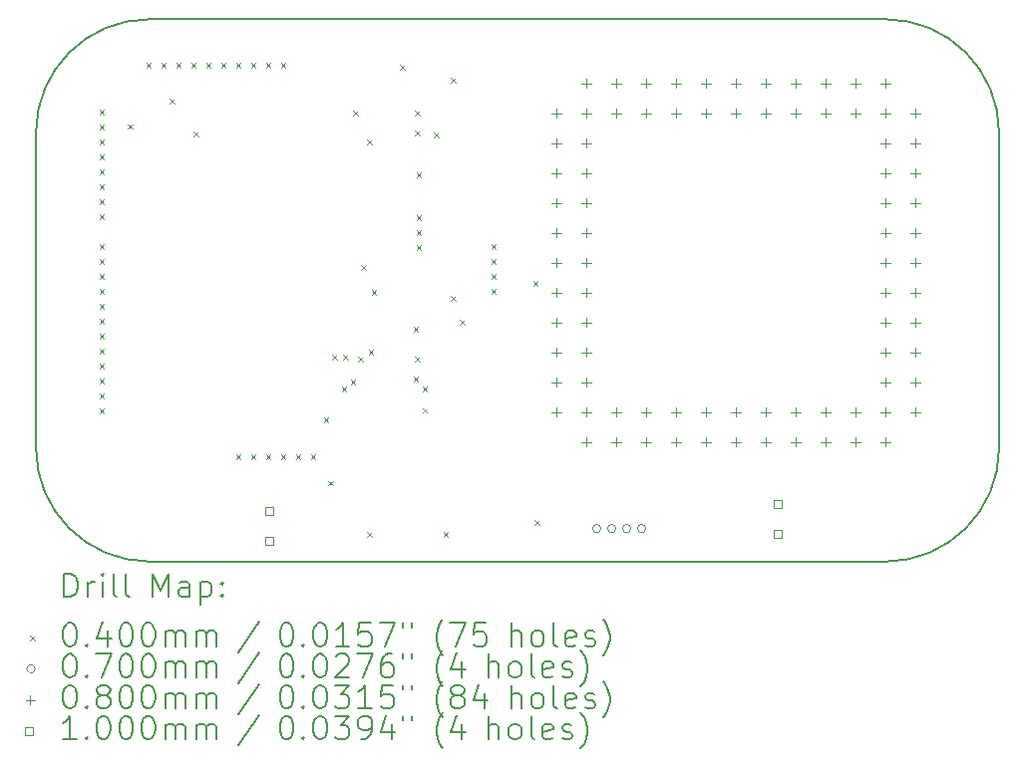
<source format=gbr>
%TF.GenerationSoftware,KiCad,Pcbnew,7.0.0-1.fc37*%
%TF.CreationDate,2023-02-19T18:56:14+00:00*%
%TF.ProjectId,Agnus,41676e75-732e-46b6-9963-61645f706362,rev?*%
%TF.SameCoordinates,Original*%
%TF.FileFunction,Drillmap*%
%TF.FilePolarity,Positive*%
%FSLAX45Y45*%
G04 Gerber Fmt 4.5, Leading zero omitted, Abs format (unit mm)*
G04 Created by KiCad (PCBNEW 7.0.0-1.fc37) date 2023-02-19 18:56:14*
%MOMM*%
%LPD*%
G01*
G04 APERTURE LIST*
%ADD10C,0.150000*%
%ADD11C,0.200000*%
%ADD12C,0.040000*%
%ADD13C,0.070000*%
%ADD14C,0.080000*%
%ADD15C,0.100000*%
G04 APERTURE END LIST*
D10*
X16306800Y-7747000D02*
G75*
G03*
X17272000Y-6781800I0J965200D01*
G01*
X10058400Y-3136900D02*
G75*
G03*
X9093200Y-4102100I0J-965200D01*
G01*
X17272000Y-4102100D02*
X17272000Y-6781800D01*
X9093200Y-6781800D02*
X9093200Y-4102100D01*
X16306800Y-7747000D02*
X10058400Y-7747000D01*
X10058400Y-3136900D02*
X16306800Y-3136900D01*
X17272000Y-4102100D02*
G75*
G03*
X16306800Y-3136900I-965200J0D01*
G01*
X9093200Y-6781800D02*
G75*
G03*
X10058400Y-7747000I965200J0D01*
G01*
D11*
D12*
X9632000Y-3907200D02*
X9672000Y-3947200D01*
X9672000Y-3907200D02*
X9632000Y-3947200D01*
X9632000Y-4034200D02*
X9672000Y-4074200D01*
X9672000Y-4034200D02*
X9632000Y-4074200D01*
X9632000Y-4161200D02*
X9672000Y-4201200D01*
X9672000Y-4161200D02*
X9632000Y-4201200D01*
X9632000Y-4288200D02*
X9672000Y-4328200D01*
X9672000Y-4288200D02*
X9632000Y-4328200D01*
X9632000Y-4415200D02*
X9672000Y-4455200D01*
X9672000Y-4415200D02*
X9632000Y-4455200D01*
X9632000Y-4542200D02*
X9672000Y-4582200D01*
X9672000Y-4542200D02*
X9632000Y-4582200D01*
X9632000Y-4669200D02*
X9672000Y-4709200D01*
X9672000Y-4669200D02*
X9632000Y-4709200D01*
X9632000Y-4796200D02*
X9672000Y-4836200D01*
X9672000Y-4796200D02*
X9632000Y-4836200D01*
X9632000Y-5047300D02*
X9672000Y-5087300D01*
X9672000Y-5047300D02*
X9632000Y-5087300D01*
X9632000Y-5177200D02*
X9672000Y-5217200D01*
X9672000Y-5177200D02*
X9632000Y-5217200D01*
X9632000Y-5304200D02*
X9672000Y-5344200D01*
X9672000Y-5304200D02*
X9632000Y-5344200D01*
X9632000Y-5431200D02*
X9672000Y-5471200D01*
X9672000Y-5431200D02*
X9632000Y-5471200D01*
X9632000Y-5558200D02*
X9672000Y-5598200D01*
X9672000Y-5558200D02*
X9632000Y-5598200D01*
X9632000Y-5685200D02*
X9672000Y-5725200D01*
X9672000Y-5685200D02*
X9632000Y-5725200D01*
X9632000Y-5812200D02*
X9672000Y-5852200D01*
X9672000Y-5812200D02*
X9632000Y-5852200D01*
X9632000Y-5939200D02*
X9672000Y-5979200D01*
X9672000Y-5939200D02*
X9632000Y-5979200D01*
X9632000Y-6066200D02*
X9672000Y-6106200D01*
X9672000Y-6066200D02*
X9632000Y-6106200D01*
X9632000Y-6193200D02*
X9672000Y-6233200D01*
X9672000Y-6193200D02*
X9632000Y-6233200D01*
X9632000Y-6320200D02*
X9672000Y-6360200D01*
X9672000Y-6320200D02*
X9632000Y-6360200D01*
X9632000Y-6447200D02*
X9672000Y-6487200D01*
X9672000Y-6447200D02*
X9632000Y-6487200D01*
X9873300Y-4028701D02*
X9913300Y-4068701D01*
X9913300Y-4028701D02*
X9873300Y-4068701D01*
X10028600Y-3510600D02*
X10068600Y-3550600D01*
X10068600Y-3510600D02*
X10028600Y-3550600D01*
X10155600Y-3510600D02*
X10195600Y-3550600D01*
X10195600Y-3510600D02*
X10155600Y-3550600D01*
X10231250Y-3815400D02*
X10271250Y-3855400D01*
X10271250Y-3815400D02*
X10231250Y-3855400D01*
X10282600Y-3510600D02*
X10322600Y-3550600D01*
X10322600Y-3510600D02*
X10282600Y-3550600D01*
X10409600Y-3510600D02*
X10449600Y-3550600D01*
X10449600Y-3510600D02*
X10409600Y-3550600D01*
X10431734Y-4091413D02*
X10471734Y-4131413D01*
X10471734Y-4091413D02*
X10431734Y-4131413D01*
X10536600Y-3510600D02*
X10576600Y-3550600D01*
X10576600Y-3510600D02*
X10536600Y-3550600D01*
X10663600Y-3510600D02*
X10703600Y-3550600D01*
X10703600Y-3510600D02*
X10663600Y-3550600D01*
X10790600Y-3510600D02*
X10830600Y-3550600D01*
X10830600Y-3510600D02*
X10790600Y-3550600D01*
X10790600Y-6838000D02*
X10830600Y-6878000D01*
X10830600Y-6838000D02*
X10790600Y-6878000D01*
X10917600Y-3510600D02*
X10957600Y-3550600D01*
X10957600Y-3510600D02*
X10917600Y-3550600D01*
X10917600Y-6838000D02*
X10957600Y-6878000D01*
X10957600Y-6838000D02*
X10917600Y-6878000D01*
X11044600Y-3510600D02*
X11084600Y-3550600D01*
X11084600Y-3510600D02*
X11044600Y-3550600D01*
X11044600Y-6838000D02*
X11084600Y-6878000D01*
X11084600Y-6838000D02*
X11044600Y-6878000D01*
X11171600Y-3510600D02*
X11211600Y-3550600D01*
X11211600Y-3510600D02*
X11171600Y-3550600D01*
X11171600Y-6838000D02*
X11211600Y-6878000D01*
X11211600Y-6838000D02*
X11171600Y-6878000D01*
X11298600Y-6838000D02*
X11338600Y-6878000D01*
X11338600Y-6838000D02*
X11298600Y-6878000D01*
X11425600Y-6838000D02*
X11465600Y-6878000D01*
X11465600Y-6838000D02*
X11425600Y-6878000D01*
X11537000Y-6520500D02*
X11577000Y-6560500D01*
X11577000Y-6520500D02*
X11537000Y-6560500D01*
X11575100Y-7059200D02*
X11615100Y-7099200D01*
X11615100Y-7059200D02*
X11575100Y-7099200D01*
X11609450Y-5987100D02*
X11649450Y-6027100D01*
X11649450Y-5987100D02*
X11609450Y-6027100D01*
X11689490Y-6257085D02*
X11729490Y-6297085D01*
X11729490Y-6257085D02*
X11689490Y-6297085D01*
X11702100Y-5987100D02*
X11742100Y-6027100D01*
X11742100Y-5987100D02*
X11702100Y-6027100D01*
X11765600Y-6203000D02*
X11805600Y-6243000D01*
X11805600Y-6203000D02*
X11765600Y-6243000D01*
X11788350Y-3911920D02*
X11828350Y-3951920D01*
X11828350Y-3911920D02*
X11788350Y-3951920D01*
X11829100Y-6003175D02*
X11869100Y-6043175D01*
X11869100Y-6003175D02*
X11829100Y-6043175D01*
X11854500Y-5225100D02*
X11894500Y-5265100D01*
X11894500Y-5225100D02*
X11854500Y-5265100D01*
X11905300Y-4158300D02*
X11945300Y-4198300D01*
X11945300Y-4158300D02*
X11905300Y-4198300D01*
X11905300Y-7498400D02*
X11945300Y-7538400D01*
X11945300Y-7498400D02*
X11905300Y-7538400D01*
X11918000Y-5949000D02*
X11958000Y-5989000D01*
X11958000Y-5949000D02*
X11918000Y-5989000D01*
X11943400Y-5441000D02*
X11983400Y-5481000D01*
X11983400Y-5441000D02*
X11943400Y-5481000D01*
X12184700Y-3523300D02*
X12224700Y-3563300D01*
X12224700Y-3523300D02*
X12184700Y-3563300D01*
X12299000Y-5749175D02*
X12339000Y-5789175D01*
X12339000Y-5749175D02*
X12299000Y-5789175D01*
X12299000Y-6177600D02*
X12339000Y-6217600D01*
X12339000Y-6177600D02*
X12299000Y-6217600D01*
X12311700Y-3917000D02*
X12351700Y-3957000D01*
X12351700Y-3917000D02*
X12311700Y-3957000D01*
X12311700Y-4082100D02*
X12351700Y-4122100D01*
X12351700Y-4082100D02*
X12311700Y-4122100D01*
X12311700Y-6003175D02*
X12351700Y-6043175D01*
X12351700Y-6003175D02*
X12311700Y-6043175D01*
X12324400Y-4437700D02*
X12364400Y-4477700D01*
X12364400Y-4437700D02*
X12324400Y-4477700D01*
X12324400Y-4806000D02*
X12364400Y-4846000D01*
X12364400Y-4806000D02*
X12324400Y-4846000D01*
X12324400Y-4933000D02*
X12364400Y-4973000D01*
X12364400Y-4933000D02*
X12324400Y-4973000D01*
X12324400Y-5060000D02*
X12364400Y-5100000D01*
X12364400Y-5060000D02*
X12324400Y-5100000D01*
X12375200Y-6257175D02*
X12415200Y-6297175D01*
X12415200Y-6257175D02*
X12375200Y-6297175D01*
X12375200Y-6443260D02*
X12415200Y-6483260D01*
X12415200Y-6443260D02*
X12375200Y-6483260D01*
X12471339Y-4102039D02*
X12511339Y-4142039D01*
X12511339Y-4102039D02*
X12471339Y-4142039D01*
X12553000Y-7498400D02*
X12593000Y-7538400D01*
X12593000Y-7498400D02*
X12553000Y-7538400D01*
X12616500Y-3635601D02*
X12656500Y-3675601D01*
X12656500Y-3635601D02*
X12616500Y-3675601D01*
X12616500Y-5491800D02*
X12656500Y-5531800D01*
X12656500Y-5491800D02*
X12616500Y-5531800D01*
X12692700Y-5695000D02*
X12732700Y-5735000D01*
X12732700Y-5695000D02*
X12692700Y-5735000D01*
X12959400Y-5050200D02*
X12999400Y-5090200D01*
X12999400Y-5050200D02*
X12959400Y-5090200D01*
X12959400Y-5177200D02*
X12999400Y-5217200D01*
X12999400Y-5177200D02*
X12959400Y-5217200D01*
X12959400Y-5304200D02*
X12999400Y-5344200D01*
X12999400Y-5304200D02*
X12959400Y-5344200D01*
X12959400Y-5431200D02*
X12999400Y-5471200D01*
X12999400Y-5431200D02*
X12959400Y-5471200D01*
X13315000Y-5364800D02*
X13355000Y-5404800D01*
X13355000Y-5364800D02*
X13315000Y-5404800D01*
X13327700Y-7396800D02*
X13367700Y-7436800D01*
X13367700Y-7396800D02*
X13327700Y-7436800D01*
D13*
X13890700Y-7467600D02*
G75*
G03*
X13890700Y-7467600I-35000J0D01*
G01*
X14017700Y-7467600D02*
G75*
G03*
X14017700Y-7467600I-35000J0D01*
G01*
X14144700Y-7467600D02*
G75*
G03*
X14144700Y-7467600I-35000J0D01*
G01*
X14271700Y-7467600D02*
G75*
G03*
X14271700Y-7467600I-35000J0D01*
G01*
D14*
X13512800Y-3897000D02*
X13512800Y-3977000D01*
X13472800Y-3937000D02*
X13552800Y-3937000D01*
X13512800Y-4151000D02*
X13512800Y-4231000D01*
X13472800Y-4191000D02*
X13552800Y-4191000D01*
X13512800Y-4405000D02*
X13512800Y-4485000D01*
X13472800Y-4445000D02*
X13552800Y-4445000D01*
X13512800Y-4659000D02*
X13512800Y-4739000D01*
X13472800Y-4699000D02*
X13552800Y-4699000D01*
X13512800Y-4913000D02*
X13512800Y-4993000D01*
X13472800Y-4953000D02*
X13552800Y-4953000D01*
X13512800Y-5167000D02*
X13512800Y-5247000D01*
X13472800Y-5207000D02*
X13552800Y-5207000D01*
X13512800Y-5421000D02*
X13512800Y-5501000D01*
X13472800Y-5461000D02*
X13552800Y-5461000D01*
X13512800Y-5675000D02*
X13512800Y-5755000D01*
X13472800Y-5715000D02*
X13552800Y-5715000D01*
X13512800Y-5929000D02*
X13512800Y-6009000D01*
X13472800Y-5969000D02*
X13552800Y-5969000D01*
X13512800Y-6183000D02*
X13512800Y-6263000D01*
X13472800Y-6223000D02*
X13552800Y-6223000D01*
X13512800Y-6437000D02*
X13512800Y-6517000D01*
X13472800Y-6477000D02*
X13552800Y-6477000D01*
X13766800Y-3643000D02*
X13766800Y-3723000D01*
X13726800Y-3683000D02*
X13806800Y-3683000D01*
X13766800Y-3897000D02*
X13766800Y-3977000D01*
X13726800Y-3937000D02*
X13806800Y-3937000D01*
X13766800Y-4151000D02*
X13766800Y-4231000D01*
X13726800Y-4191000D02*
X13806800Y-4191000D01*
X13766800Y-4405000D02*
X13766800Y-4485000D01*
X13726800Y-4445000D02*
X13806800Y-4445000D01*
X13766800Y-4659000D02*
X13766800Y-4739000D01*
X13726800Y-4699000D02*
X13806800Y-4699000D01*
X13766800Y-4913000D02*
X13766800Y-4993000D01*
X13726800Y-4953000D02*
X13806800Y-4953000D01*
X13766800Y-5167000D02*
X13766800Y-5247000D01*
X13726800Y-5207000D02*
X13806800Y-5207000D01*
X13766800Y-5421000D02*
X13766800Y-5501000D01*
X13726800Y-5461000D02*
X13806800Y-5461000D01*
X13766800Y-5675000D02*
X13766800Y-5755000D01*
X13726800Y-5715000D02*
X13806800Y-5715000D01*
X13766800Y-5929000D02*
X13766800Y-6009000D01*
X13726800Y-5969000D02*
X13806800Y-5969000D01*
X13766800Y-6183000D02*
X13766800Y-6263000D01*
X13726800Y-6223000D02*
X13806800Y-6223000D01*
X13766800Y-6437000D02*
X13766800Y-6517000D01*
X13726800Y-6477000D02*
X13806800Y-6477000D01*
X13766800Y-6691000D02*
X13766800Y-6771000D01*
X13726800Y-6731000D02*
X13806800Y-6731000D01*
X14020800Y-3643000D02*
X14020800Y-3723000D01*
X13980800Y-3683000D02*
X14060800Y-3683000D01*
X14020800Y-3897000D02*
X14020800Y-3977000D01*
X13980800Y-3937000D02*
X14060800Y-3937000D01*
X14020800Y-6437000D02*
X14020800Y-6517000D01*
X13980800Y-6477000D02*
X14060800Y-6477000D01*
X14020800Y-6691000D02*
X14020800Y-6771000D01*
X13980800Y-6731000D02*
X14060800Y-6731000D01*
X14274800Y-3643000D02*
X14274800Y-3723000D01*
X14234800Y-3683000D02*
X14314800Y-3683000D01*
X14274800Y-3897000D02*
X14274800Y-3977000D01*
X14234800Y-3937000D02*
X14314800Y-3937000D01*
X14274800Y-6437000D02*
X14274800Y-6517000D01*
X14234800Y-6477000D02*
X14314800Y-6477000D01*
X14274800Y-6691000D02*
X14274800Y-6771000D01*
X14234800Y-6731000D02*
X14314800Y-6731000D01*
X14528800Y-3643000D02*
X14528800Y-3723000D01*
X14488800Y-3683000D02*
X14568800Y-3683000D01*
X14528800Y-3897000D02*
X14528800Y-3977000D01*
X14488800Y-3937000D02*
X14568800Y-3937000D01*
X14528800Y-6437000D02*
X14528800Y-6517000D01*
X14488800Y-6477000D02*
X14568800Y-6477000D01*
X14528800Y-6691000D02*
X14528800Y-6771000D01*
X14488800Y-6731000D02*
X14568800Y-6731000D01*
X14782800Y-3643000D02*
X14782800Y-3723000D01*
X14742800Y-3683000D02*
X14822800Y-3683000D01*
X14782800Y-3897000D02*
X14782800Y-3977000D01*
X14742800Y-3937000D02*
X14822800Y-3937000D01*
X14782800Y-6437000D02*
X14782800Y-6517000D01*
X14742800Y-6477000D02*
X14822800Y-6477000D01*
X14782800Y-6691000D02*
X14782800Y-6771000D01*
X14742800Y-6731000D02*
X14822800Y-6731000D01*
X15036800Y-3643000D02*
X15036800Y-3723000D01*
X14996800Y-3683000D02*
X15076800Y-3683000D01*
X15036800Y-3897000D02*
X15036800Y-3977000D01*
X14996800Y-3937000D02*
X15076800Y-3937000D01*
X15036800Y-6437000D02*
X15036800Y-6517000D01*
X14996800Y-6477000D02*
X15076800Y-6477000D01*
X15036800Y-6691000D02*
X15036800Y-6771000D01*
X14996800Y-6731000D02*
X15076800Y-6731000D01*
X15290800Y-3643000D02*
X15290800Y-3723000D01*
X15250800Y-3683000D02*
X15330800Y-3683000D01*
X15290800Y-3897000D02*
X15290800Y-3977000D01*
X15250800Y-3937000D02*
X15330800Y-3937000D01*
X15290800Y-6437000D02*
X15290800Y-6517000D01*
X15250800Y-6477000D02*
X15330800Y-6477000D01*
X15290800Y-6691000D02*
X15290800Y-6771000D01*
X15250800Y-6731000D02*
X15330800Y-6731000D01*
X15544800Y-3643000D02*
X15544800Y-3723000D01*
X15504800Y-3683000D02*
X15584800Y-3683000D01*
X15544800Y-3897000D02*
X15544800Y-3977000D01*
X15504800Y-3937000D02*
X15584800Y-3937000D01*
X15544800Y-6437000D02*
X15544800Y-6517000D01*
X15504800Y-6477000D02*
X15584800Y-6477000D01*
X15544800Y-6691000D02*
X15544800Y-6771000D01*
X15504800Y-6731000D02*
X15584800Y-6731000D01*
X15798800Y-3643000D02*
X15798800Y-3723000D01*
X15758800Y-3683000D02*
X15838800Y-3683000D01*
X15798800Y-3897000D02*
X15798800Y-3977000D01*
X15758800Y-3937000D02*
X15838800Y-3937000D01*
X15798800Y-6437000D02*
X15798800Y-6517000D01*
X15758800Y-6477000D02*
X15838800Y-6477000D01*
X15798800Y-6691000D02*
X15798800Y-6771000D01*
X15758800Y-6731000D02*
X15838800Y-6731000D01*
X16052800Y-3643000D02*
X16052800Y-3723000D01*
X16012800Y-3683000D02*
X16092800Y-3683000D01*
X16052800Y-3897000D02*
X16052800Y-3977000D01*
X16012800Y-3937000D02*
X16092800Y-3937000D01*
X16052800Y-6437000D02*
X16052800Y-6517000D01*
X16012800Y-6477000D02*
X16092800Y-6477000D01*
X16052800Y-6691000D02*
X16052800Y-6771000D01*
X16012800Y-6731000D02*
X16092800Y-6731000D01*
X16306800Y-3643000D02*
X16306800Y-3723000D01*
X16266800Y-3683000D02*
X16346800Y-3683000D01*
X16306800Y-3897000D02*
X16306800Y-3977000D01*
X16266800Y-3937000D02*
X16346800Y-3937000D01*
X16306800Y-4151000D02*
X16306800Y-4231000D01*
X16266800Y-4191000D02*
X16346800Y-4191000D01*
X16306800Y-4405000D02*
X16306800Y-4485000D01*
X16266800Y-4445000D02*
X16346800Y-4445000D01*
X16306800Y-4659000D02*
X16306800Y-4739000D01*
X16266800Y-4699000D02*
X16346800Y-4699000D01*
X16306800Y-4913000D02*
X16306800Y-4993000D01*
X16266800Y-4953000D02*
X16346800Y-4953000D01*
X16306800Y-5167000D02*
X16306800Y-5247000D01*
X16266800Y-5207000D02*
X16346800Y-5207000D01*
X16306800Y-5421000D02*
X16306800Y-5501000D01*
X16266800Y-5461000D02*
X16346800Y-5461000D01*
X16306800Y-5675000D02*
X16306800Y-5755000D01*
X16266800Y-5715000D02*
X16346800Y-5715000D01*
X16306800Y-5929000D02*
X16306800Y-6009000D01*
X16266800Y-5969000D02*
X16346800Y-5969000D01*
X16306800Y-6183000D02*
X16306800Y-6263000D01*
X16266800Y-6223000D02*
X16346800Y-6223000D01*
X16306800Y-6437000D02*
X16306800Y-6517000D01*
X16266800Y-6477000D02*
X16346800Y-6477000D01*
X16306800Y-6691000D02*
X16306800Y-6771000D01*
X16266800Y-6731000D02*
X16346800Y-6731000D01*
X16560800Y-3897000D02*
X16560800Y-3977000D01*
X16520800Y-3937000D02*
X16600800Y-3937000D01*
X16560800Y-4151000D02*
X16560800Y-4231000D01*
X16520800Y-4191000D02*
X16600800Y-4191000D01*
X16560800Y-4405000D02*
X16560800Y-4485000D01*
X16520800Y-4445000D02*
X16600800Y-4445000D01*
X16560800Y-4659000D02*
X16560800Y-4739000D01*
X16520800Y-4699000D02*
X16600800Y-4699000D01*
X16560800Y-4913000D02*
X16560800Y-4993000D01*
X16520800Y-4953000D02*
X16600800Y-4953000D01*
X16560800Y-5167000D02*
X16560800Y-5247000D01*
X16520800Y-5207000D02*
X16600800Y-5207000D01*
X16560800Y-5421000D02*
X16560800Y-5501000D01*
X16520800Y-5461000D02*
X16600800Y-5461000D01*
X16560800Y-5675000D02*
X16560800Y-5755000D01*
X16520800Y-5715000D02*
X16600800Y-5715000D01*
X16560800Y-5929000D02*
X16560800Y-6009000D01*
X16520800Y-5969000D02*
X16600800Y-5969000D01*
X16560800Y-6183000D02*
X16560800Y-6263000D01*
X16520800Y-6223000D02*
X16600800Y-6223000D01*
X16560800Y-6437000D02*
X16560800Y-6517000D01*
X16520800Y-6477000D02*
X16600800Y-6477000D01*
D15*
X11109756Y-7350556D02*
X11109756Y-7279844D01*
X11039044Y-7279844D01*
X11039044Y-7350556D01*
X11109756Y-7350556D01*
X11109756Y-7604556D02*
X11109756Y-7533844D01*
X11039044Y-7533844D01*
X11039044Y-7604556D01*
X11109756Y-7604556D01*
X15427756Y-7294676D02*
X15427756Y-7223964D01*
X15357044Y-7223964D01*
X15357044Y-7294676D01*
X15427756Y-7294676D01*
X15427756Y-7548676D02*
X15427756Y-7477964D01*
X15357044Y-7477964D01*
X15357044Y-7548676D01*
X15427756Y-7548676D01*
D11*
X9333319Y-8047976D02*
X9333319Y-7847976D01*
X9333319Y-7847976D02*
X9380938Y-7847976D01*
X9380938Y-7847976D02*
X9409509Y-7857500D01*
X9409509Y-7857500D02*
X9428557Y-7876548D01*
X9428557Y-7876548D02*
X9438081Y-7895595D01*
X9438081Y-7895595D02*
X9447605Y-7933690D01*
X9447605Y-7933690D02*
X9447605Y-7962262D01*
X9447605Y-7962262D02*
X9438081Y-8000357D01*
X9438081Y-8000357D02*
X9428557Y-8019405D01*
X9428557Y-8019405D02*
X9409509Y-8038452D01*
X9409509Y-8038452D02*
X9380938Y-8047976D01*
X9380938Y-8047976D02*
X9333319Y-8047976D01*
X9533319Y-8047976D02*
X9533319Y-7914643D01*
X9533319Y-7952738D02*
X9542843Y-7933690D01*
X9542843Y-7933690D02*
X9552367Y-7924167D01*
X9552367Y-7924167D02*
X9571414Y-7914643D01*
X9571414Y-7914643D02*
X9590462Y-7914643D01*
X9657128Y-8047976D02*
X9657128Y-7914643D01*
X9657128Y-7847976D02*
X9647605Y-7857500D01*
X9647605Y-7857500D02*
X9657128Y-7867024D01*
X9657128Y-7867024D02*
X9666652Y-7857500D01*
X9666652Y-7857500D02*
X9657128Y-7847976D01*
X9657128Y-7847976D02*
X9657128Y-7867024D01*
X9780938Y-8047976D02*
X9761890Y-8038452D01*
X9761890Y-8038452D02*
X9752367Y-8019405D01*
X9752367Y-8019405D02*
X9752367Y-7847976D01*
X9885700Y-8047976D02*
X9866652Y-8038452D01*
X9866652Y-8038452D02*
X9857128Y-8019405D01*
X9857128Y-8019405D02*
X9857128Y-7847976D01*
X10081890Y-8047976D02*
X10081890Y-7847976D01*
X10081890Y-7847976D02*
X10148557Y-7990833D01*
X10148557Y-7990833D02*
X10215224Y-7847976D01*
X10215224Y-7847976D02*
X10215224Y-8047976D01*
X10396176Y-8047976D02*
X10396176Y-7943214D01*
X10396176Y-7943214D02*
X10386652Y-7924167D01*
X10386652Y-7924167D02*
X10367605Y-7914643D01*
X10367605Y-7914643D02*
X10329509Y-7914643D01*
X10329509Y-7914643D02*
X10310462Y-7924167D01*
X10396176Y-8038452D02*
X10377128Y-8047976D01*
X10377128Y-8047976D02*
X10329509Y-8047976D01*
X10329509Y-8047976D02*
X10310462Y-8038452D01*
X10310462Y-8038452D02*
X10300938Y-8019405D01*
X10300938Y-8019405D02*
X10300938Y-8000357D01*
X10300938Y-8000357D02*
X10310462Y-7981309D01*
X10310462Y-7981309D02*
X10329509Y-7971786D01*
X10329509Y-7971786D02*
X10377128Y-7971786D01*
X10377128Y-7971786D02*
X10396176Y-7962262D01*
X10491414Y-7914643D02*
X10491414Y-8114643D01*
X10491414Y-7924167D02*
X10510462Y-7914643D01*
X10510462Y-7914643D02*
X10548557Y-7914643D01*
X10548557Y-7914643D02*
X10567605Y-7924167D01*
X10567605Y-7924167D02*
X10577128Y-7933690D01*
X10577128Y-7933690D02*
X10586652Y-7952738D01*
X10586652Y-7952738D02*
X10586652Y-8009881D01*
X10586652Y-8009881D02*
X10577128Y-8028928D01*
X10577128Y-8028928D02*
X10567605Y-8038452D01*
X10567605Y-8038452D02*
X10548557Y-8047976D01*
X10548557Y-8047976D02*
X10510462Y-8047976D01*
X10510462Y-8047976D02*
X10491414Y-8038452D01*
X10672367Y-8028928D02*
X10681890Y-8038452D01*
X10681890Y-8038452D02*
X10672367Y-8047976D01*
X10672367Y-8047976D02*
X10662843Y-8038452D01*
X10662843Y-8038452D02*
X10672367Y-8028928D01*
X10672367Y-8028928D02*
X10672367Y-8047976D01*
X10672367Y-7924167D02*
X10681890Y-7933690D01*
X10681890Y-7933690D02*
X10672367Y-7943214D01*
X10672367Y-7943214D02*
X10662843Y-7933690D01*
X10662843Y-7933690D02*
X10672367Y-7924167D01*
X10672367Y-7924167D02*
X10672367Y-7943214D01*
D12*
X9045700Y-8374500D02*
X9085700Y-8414500D01*
X9085700Y-8374500D02*
X9045700Y-8414500D01*
D11*
X9371414Y-8267976D02*
X9390462Y-8267976D01*
X9390462Y-8267976D02*
X9409509Y-8277500D01*
X9409509Y-8277500D02*
X9419033Y-8287024D01*
X9419033Y-8287024D02*
X9428557Y-8306071D01*
X9428557Y-8306071D02*
X9438081Y-8344167D01*
X9438081Y-8344167D02*
X9438081Y-8391786D01*
X9438081Y-8391786D02*
X9428557Y-8429881D01*
X9428557Y-8429881D02*
X9419033Y-8448929D01*
X9419033Y-8448929D02*
X9409509Y-8458452D01*
X9409509Y-8458452D02*
X9390462Y-8467976D01*
X9390462Y-8467976D02*
X9371414Y-8467976D01*
X9371414Y-8467976D02*
X9352367Y-8458452D01*
X9352367Y-8458452D02*
X9342843Y-8448929D01*
X9342843Y-8448929D02*
X9333319Y-8429881D01*
X9333319Y-8429881D02*
X9323795Y-8391786D01*
X9323795Y-8391786D02*
X9323795Y-8344167D01*
X9323795Y-8344167D02*
X9333319Y-8306071D01*
X9333319Y-8306071D02*
X9342843Y-8287024D01*
X9342843Y-8287024D02*
X9352367Y-8277500D01*
X9352367Y-8277500D02*
X9371414Y-8267976D01*
X9523795Y-8448929D02*
X9533319Y-8458452D01*
X9533319Y-8458452D02*
X9523795Y-8467976D01*
X9523795Y-8467976D02*
X9514271Y-8458452D01*
X9514271Y-8458452D02*
X9523795Y-8448929D01*
X9523795Y-8448929D02*
X9523795Y-8467976D01*
X9704748Y-8334643D02*
X9704748Y-8467976D01*
X9657128Y-8258452D02*
X9609509Y-8401310D01*
X9609509Y-8401310D02*
X9733319Y-8401310D01*
X9847605Y-8267976D02*
X9866652Y-8267976D01*
X9866652Y-8267976D02*
X9885700Y-8277500D01*
X9885700Y-8277500D02*
X9895224Y-8287024D01*
X9895224Y-8287024D02*
X9904748Y-8306071D01*
X9904748Y-8306071D02*
X9914271Y-8344167D01*
X9914271Y-8344167D02*
X9914271Y-8391786D01*
X9914271Y-8391786D02*
X9904748Y-8429881D01*
X9904748Y-8429881D02*
X9895224Y-8448929D01*
X9895224Y-8448929D02*
X9885700Y-8458452D01*
X9885700Y-8458452D02*
X9866652Y-8467976D01*
X9866652Y-8467976D02*
X9847605Y-8467976D01*
X9847605Y-8467976D02*
X9828557Y-8458452D01*
X9828557Y-8458452D02*
X9819033Y-8448929D01*
X9819033Y-8448929D02*
X9809509Y-8429881D01*
X9809509Y-8429881D02*
X9799986Y-8391786D01*
X9799986Y-8391786D02*
X9799986Y-8344167D01*
X9799986Y-8344167D02*
X9809509Y-8306071D01*
X9809509Y-8306071D02*
X9819033Y-8287024D01*
X9819033Y-8287024D02*
X9828557Y-8277500D01*
X9828557Y-8277500D02*
X9847605Y-8267976D01*
X10038081Y-8267976D02*
X10057129Y-8267976D01*
X10057129Y-8267976D02*
X10076176Y-8277500D01*
X10076176Y-8277500D02*
X10085700Y-8287024D01*
X10085700Y-8287024D02*
X10095224Y-8306071D01*
X10095224Y-8306071D02*
X10104748Y-8344167D01*
X10104748Y-8344167D02*
X10104748Y-8391786D01*
X10104748Y-8391786D02*
X10095224Y-8429881D01*
X10095224Y-8429881D02*
X10085700Y-8448929D01*
X10085700Y-8448929D02*
X10076176Y-8458452D01*
X10076176Y-8458452D02*
X10057129Y-8467976D01*
X10057129Y-8467976D02*
X10038081Y-8467976D01*
X10038081Y-8467976D02*
X10019033Y-8458452D01*
X10019033Y-8458452D02*
X10009509Y-8448929D01*
X10009509Y-8448929D02*
X9999986Y-8429881D01*
X9999986Y-8429881D02*
X9990462Y-8391786D01*
X9990462Y-8391786D02*
X9990462Y-8344167D01*
X9990462Y-8344167D02*
X9999986Y-8306071D01*
X9999986Y-8306071D02*
X10009509Y-8287024D01*
X10009509Y-8287024D02*
X10019033Y-8277500D01*
X10019033Y-8277500D02*
X10038081Y-8267976D01*
X10190462Y-8467976D02*
X10190462Y-8334643D01*
X10190462Y-8353690D02*
X10199986Y-8344167D01*
X10199986Y-8344167D02*
X10219033Y-8334643D01*
X10219033Y-8334643D02*
X10247605Y-8334643D01*
X10247605Y-8334643D02*
X10266652Y-8344167D01*
X10266652Y-8344167D02*
X10276176Y-8363214D01*
X10276176Y-8363214D02*
X10276176Y-8467976D01*
X10276176Y-8363214D02*
X10285700Y-8344167D01*
X10285700Y-8344167D02*
X10304748Y-8334643D01*
X10304748Y-8334643D02*
X10333319Y-8334643D01*
X10333319Y-8334643D02*
X10352367Y-8344167D01*
X10352367Y-8344167D02*
X10361890Y-8363214D01*
X10361890Y-8363214D02*
X10361890Y-8467976D01*
X10457129Y-8467976D02*
X10457129Y-8334643D01*
X10457129Y-8353690D02*
X10466652Y-8344167D01*
X10466652Y-8344167D02*
X10485700Y-8334643D01*
X10485700Y-8334643D02*
X10514271Y-8334643D01*
X10514271Y-8334643D02*
X10533319Y-8344167D01*
X10533319Y-8344167D02*
X10542843Y-8363214D01*
X10542843Y-8363214D02*
X10542843Y-8467976D01*
X10542843Y-8363214D02*
X10552367Y-8344167D01*
X10552367Y-8344167D02*
X10571414Y-8334643D01*
X10571414Y-8334643D02*
X10599986Y-8334643D01*
X10599986Y-8334643D02*
X10619033Y-8344167D01*
X10619033Y-8344167D02*
X10628557Y-8363214D01*
X10628557Y-8363214D02*
X10628557Y-8467976D01*
X10986652Y-8258452D02*
X10815224Y-8515595D01*
X11211414Y-8267976D02*
X11230462Y-8267976D01*
X11230462Y-8267976D02*
X11249509Y-8277500D01*
X11249509Y-8277500D02*
X11259033Y-8287024D01*
X11259033Y-8287024D02*
X11268557Y-8306071D01*
X11268557Y-8306071D02*
X11278081Y-8344167D01*
X11278081Y-8344167D02*
X11278081Y-8391786D01*
X11278081Y-8391786D02*
X11268557Y-8429881D01*
X11268557Y-8429881D02*
X11259033Y-8448929D01*
X11259033Y-8448929D02*
X11249509Y-8458452D01*
X11249509Y-8458452D02*
X11230462Y-8467976D01*
X11230462Y-8467976D02*
X11211414Y-8467976D01*
X11211414Y-8467976D02*
X11192367Y-8458452D01*
X11192367Y-8458452D02*
X11182843Y-8448929D01*
X11182843Y-8448929D02*
X11173319Y-8429881D01*
X11173319Y-8429881D02*
X11163795Y-8391786D01*
X11163795Y-8391786D02*
X11163795Y-8344167D01*
X11163795Y-8344167D02*
X11173319Y-8306071D01*
X11173319Y-8306071D02*
X11182843Y-8287024D01*
X11182843Y-8287024D02*
X11192367Y-8277500D01*
X11192367Y-8277500D02*
X11211414Y-8267976D01*
X11363795Y-8448929D02*
X11373319Y-8458452D01*
X11373319Y-8458452D02*
X11363795Y-8467976D01*
X11363795Y-8467976D02*
X11354271Y-8458452D01*
X11354271Y-8458452D02*
X11363795Y-8448929D01*
X11363795Y-8448929D02*
X11363795Y-8467976D01*
X11497128Y-8267976D02*
X11516176Y-8267976D01*
X11516176Y-8267976D02*
X11535224Y-8277500D01*
X11535224Y-8277500D02*
X11544748Y-8287024D01*
X11544748Y-8287024D02*
X11554271Y-8306071D01*
X11554271Y-8306071D02*
X11563795Y-8344167D01*
X11563795Y-8344167D02*
X11563795Y-8391786D01*
X11563795Y-8391786D02*
X11554271Y-8429881D01*
X11554271Y-8429881D02*
X11544748Y-8448929D01*
X11544748Y-8448929D02*
X11535224Y-8458452D01*
X11535224Y-8458452D02*
X11516176Y-8467976D01*
X11516176Y-8467976D02*
X11497128Y-8467976D01*
X11497128Y-8467976D02*
X11478081Y-8458452D01*
X11478081Y-8458452D02*
X11468557Y-8448929D01*
X11468557Y-8448929D02*
X11459033Y-8429881D01*
X11459033Y-8429881D02*
X11449509Y-8391786D01*
X11449509Y-8391786D02*
X11449509Y-8344167D01*
X11449509Y-8344167D02*
X11459033Y-8306071D01*
X11459033Y-8306071D02*
X11468557Y-8287024D01*
X11468557Y-8287024D02*
X11478081Y-8277500D01*
X11478081Y-8277500D02*
X11497128Y-8267976D01*
X11754271Y-8467976D02*
X11639986Y-8467976D01*
X11697128Y-8467976D02*
X11697128Y-8267976D01*
X11697128Y-8267976D02*
X11678081Y-8296548D01*
X11678081Y-8296548D02*
X11659033Y-8315595D01*
X11659033Y-8315595D02*
X11639986Y-8325119D01*
X11935224Y-8267976D02*
X11839986Y-8267976D01*
X11839986Y-8267976D02*
X11830462Y-8363214D01*
X11830462Y-8363214D02*
X11839986Y-8353690D01*
X11839986Y-8353690D02*
X11859033Y-8344167D01*
X11859033Y-8344167D02*
X11906652Y-8344167D01*
X11906652Y-8344167D02*
X11925700Y-8353690D01*
X11925700Y-8353690D02*
X11935224Y-8363214D01*
X11935224Y-8363214D02*
X11944748Y-8382262D01*
X11944748Y-8382262D02*
X11944748Y-8429881D01*
X11944748Y-8429881D02*
X11935224Y-8448929D01*
X11935224Y-8448929D02*
X11925700Y-8458452D01*
X11925700Y-8458452D02*
X11906652Y-8467976D01*
X11906652Y-8467976D02*
X11859033Y-8467976D01*
X11859033Y-8467976D02*
X11839986Y-8458452D01*
X11839986Y-8458452D02*
X11830462Y-8448929D01*
X12011414Y-8267976D02*
X12144748Y-8267976D01*
X12144748Y-8267976D02*
X12059033Y-8467976D01*
X12211414Y-8267976D02*
X12211414Y-8306071D01*
X12287605Y-8267976D02*
X12287605Y-8306071D01*
X12550462Y-8544167D02*
X12540938Y-8534643D01*
X12540938Y-8534643D02*
X12521890Y-8506071D01*
X12521890Y-8506071D02*
X12512367Y-8487024D01*
X12512367Y-8487024D02*
X12502843Y-8458452D01*
X12502843Y-8458452D02*
X12493319Y-8410833D01*
X12493319Y-8410833D02*
X12493319Y-8372738D01*
X12493319Y-8372738D02*
X12502843Y-8325119D01*
X12502843Y-8325119D02*
X12512367Y-8296548D01*
X12512367Y-8296548D02*
X12521890Y-8277500D01*
X12521890Y-8277500D02*
X12540938Y-8248928D01*
X12540938Y-8248928D02*
X12550462Y-8239405D01*
X12607605Y-8267976D02*
X12740938Y-8267976D01*
X12740938Y-8267976D02*
X12655224Y-8467976D01*
X12912367Y-8267976D02*
X12817129Y-8267976D01*
X12817129Y-8267976D02*
X12807605Y-8363214D01*
X12807605Y-8363214D02*
X12817129Y-8353690D01*
X12817129Y-8353690D02*
X12836176Y-8344167D01*
X12836176Y-8344167D02*
X12883795Y-8344167D01*
X12883795Y-8344167D02*
X12902843Y-8353690D01*
X12902843Y-8353690D02*
X12912367Y-8363214D01*
X12912367Y-8363214D02*
X12921890Y-8382262D01*
X12921890Y-8382262D02*
X12921890Y-8429881D01*
X12921890Y-8429881D02*
X12912367Y-8448929D01*
X12912367Y-8448929D02*
X12902843Y-8458452D01*
X12902843Y-8458452D02*
X12883795Y-8467976D01*
X12883795Y-8467976D02*
X12836176Y-8467976D01*
X12836176Y-8467976D02*
X12817129Y-8458452D01*
X12817129Y-8458452D02*
X12807605Y-8448929D01*
X13127605Y-8467976D02*
X13127605Y-8267976D01*
X13213319Y-8467976D02*
X13213319Y-8363214D01*
X13213319Y-8363214D02*
X13203795Y-8344167D01*
X13203795Y-8344167D02*
X13184748Y-8334643D01*
X13184748Y-8334643D02*
X13156176Y-8334643D01*
X13156176Y-8334643D02*
X13137129Y-8344167D01*
X13137129Y-8344167D02*
X13127605Y-8353690D01*
X13337129Y-8467976D02*
X13318081Y-8458452D01*
X13318081Y-8458452D02*
X13308557Y-8448929D01*
X13308557Y-8448929D02*
X13299033Y-8429881D01*
X13299033Y-8429881D02*
X13299033Y-8372738D01*
X13299033Y-8372738D02*
X13308557Y-8353690D01*
X13308557Y-8353690D02*
X13318081Y-8344167D01*
X13318081Y-8344167D02*
X13337129Y-8334643D01*
X13337129Y-8334643D02*
X13365700Y-8334643D01*
X13365700Y-8334643D02*
X13384748Y-8344167D01*
X13384748Y-8344167D02*
X13394271Y-8353690D01*
X13394271Y-8353690D02*
X13403795Y-8372738D01*
X13403795Y-8372738D02*
X13403795Y-8429881D01*
X13403795Y-8429881D02*
X13394271Y-8448929D01*
X13394271Y-8448929D02*
X13384748Y-8458452D01*
X13384748Y-8458452D02*
X13365700Y-8467976D01*
X13365700Y-8467976D02*
X13337129Y-8467976D01*
X13518081Y-8467976D02*
X13499033Y-8458452D01*
X13499033Y-8458452D02*
X13489510Y-8439405D01*
X13489510Y-8439405D02*
X13489510Y-8267976D01*
X13670462Y-8458452D02*
X13651414Y-8467976D01*
X13651414Y-8467976D02*
X13613319Y-8467976D01*
X13613319Y-8467976D02*
X13594271Y-8458452D01*
X13594271Y-8458452D02*
X13584748Y-8439405D01*
X13584748Y-8439405D02*
X13584748Y-8363214D01*
X13584748Y-8363214D02*
X13594271Y-8344167D01*
X13594271Y-8344167D02*
X13613319Y-8334643D01*
X13613319Y-8334643D02*
X13651414Y-8334643D01*
X13651414Y-8334643D02*
X13670462Y-8344167D01*
X13670462Y-8344167D02*
X13679986Y-8363214D01*
X13679986Y-8363214D02*
X13679986Y-8382262D01*
X13679986Y-8382262D02*
X13584748Y-8401310D01*
X13756176Y-8458452D02*
X13775224Y-8467976D01*
X13775224Y-8467976D02*
X13813319Y-8467976D01*
X13813319Y-8467976D02*
X13832367Y-8458452D01*
X13832367Y-8458452D02*
X13841891Y-8439405D01*
X13841891Y-8439405D02*
X13841891Y-8429881D01*
X13841891Y-8429881D02*
X13832367Y-8410833D01*
X13832367Y-8410833D02*
X13813319Y-8401310D01*
X13813319Y-8401310D02*
X13784748Y-8401310D01*
X13784748Y-8401310D02*
X13765700Y-8391786D01*
X13765700Y-8391786D02*
X13756176Y-8372738D01*
X13756176Y-8372738D02*
X13756176Y-8363214D01*
X13756176Y-8363214D02*
X13765700Y-8344167D01*
X13765700Y-8344167D02*
X13784748Y-8334643D01*
X13784748Y-8334643D02*
X13813319Y-8334643D01*
X13813319Y-8334643D02*
X13832367Y-8344167D01*
X13908557Y-8544167D02*
X13918081Y-8534643D01*
X13918081Y-8534643D02*
X13937129Y-8506071D01*
X13937129Y-8506071D02*
X13946652Y-8487024D01*
X13946652Y-8487024D02*
X13956176Y-8458452D01*
X13956176Y-8458452D02*
X13965700Y-8410833D01*
X13965700Y-8410833D02*
X13965700Y-8372738D01*
X13965700Y-8372738D02*
X13956176Y-8325119D01*
X13956176Y-8325119D02*
X13946652Y-8296548D01*
X13946652Y-8296548D02*
X13937129Y-8277500D01*
X13937129Y-8277500D02*
X13918081Y-8248928D01*
X13918081Y-8248928D02*
X13908557Y-8239405D01*
D13*
X9085700Y-8658500D02*
G75*
G03*
X9085700Y-8658500I-35000J0D01*
G01*
D11*
X9371414Y-8531976D02*
X9390462Y-8531976D01*
X9390462Y-8531976D02*
X9409509Y-8541500D01*
X9409509Y-8541500D02*
X9419033Y-8551024D01*
X9419033Y-8551024D02*
X9428557Y-8570071D01*
X9428557Y-8570071D02*
X9438081Y-8608167D01*
X9438081Y-8608167D02*
X9438081Y-8655786D01*
X9438081Y-8655786D02*
X9428557Y-8693881D01*
X9428557Y-8693881D02*
X9419033Y-8712929D01*
X9419033Y-8712929D02*
X9409509Y-8722452D01*
X9409509Y-8722452D02*
X9390462Y-8731976D01*
X9390462Y-8731976D02*
X9371414Y-8731976D01*
X9371414Y-8731976D02*
X9352367Y-8722452D01*
X9352367Y-8722452D02*
X9342843Y-8712929D01*
X9342843Y-8712929D02*
X9333319Y-8693881D01*
X9333319Y-8693881D02*
X9323795Y-8655786D01*
X9323795Y-8655786D02*
X9323795Y-8608167D01*
X9323795Y-8608167D02*
X9333319Y-8570071D01*
X9333319Y-8570071D02*
X9342843Y-8551024D01*
X9342843Y-8551024D02*
X9352367Y-8541500D01*
X9352367Y-8541500D02*
X9371414Y-8531976D01*
X9523795Y-8712929D02*
X9533319Y-8722452D01*
X9533319Y-8722452D02*
X9523795Y-8731976D01*
X9523795Y-8731976D02*
X9514271Y-8722452D01*
X9514271Y-8722452D02*
X9523795Y-8712929D01*
X9523795Y-8712929D02*
X9523795Y-8731976D01*
X9599986Y-8531976D02*
X9733319Y-8531976D01*
X9733319Y-8531976D02*
X9647605Y-8731976D01*
X9847605Y-8531976D02*
X9866652Y-8531976D01*
X9866652Y-8531976D02*
X9885700Y-8541500D01*
X9885700Y-8541500D02*
X9895224Y-8551024D01*
X9895224Y-8551024D02*
X9904748Y-8570071D01*
X9904748Y-8570071D02*
X9914271Y-8608167D01*
X9914271Y-8608167D02*
X9914271Y-8655786D01*
X9914271Y-8655786D02*
X9904748Y-8693881D01*
X9904748Y-8693881D02*
X9895224Y-8712929D01*
X9895224Y-8712929D02*
X9885700Y-8722452D01*
X9885700Y-8722452D02*
X9866652Y-8731976D01*
X9866652Y-8731976D02*
X9847605Y-8731976D01*
X9847605Y-8731976D02*
X9828557Y-8722452D01*
X9828557Y-8722452D02*
X9819033Y-8712929D01*
X9819033Y-8712929D02*
X9809509Y-8693881D01*
X9809509Y-8693881D02*
X9799986Y-8655786D01*
X9799986Y-8655786D02*
X9799986Y-8608167D01*
X9799986Y-8608167D02*
X9809509Y-8570071D01*
X9809509Y-8570071D02*
X9819033Y-8551024D01*
X9819033Y-8551024D02*
X9828557Y-8541500D01*
X9828557Y-8541500D02*
X9847605Y-8531976D01*
X10038081Y-8531976D02*
X10057129Y-8531976D01*
X10057129Y-8531976D02*
X10076176Y-8541500D01*
X10076176Y-8541500D02*
X10085700Y-8551024D01*
X10085700Y-8551024D02*
X10095224Y-8570071D01*
X10095224Y-8570071D02*
X10104748Y-8608167D01*
X10104748Y-8608167D02*
X10104748Y-8655786D01*
X10104748Y-8655786D02*
X10095224Y-8693881D01*
X10095224Y-8693881D02*
X10085700Y-8712929D01*
X10085700Y-8712929D02*
X10076176Y-8722452D01*
X10076176Y-8722452D02*
X10057129Y-8731976D01*
X10057129Y-8731976D02*
X10038081Y-8731976D01*
X10038081Y-8731976D02*
X10019033Y-8722452D01*
X10019033Y-8722452D02*
X10009509Y-8712929D01*
X10009509Y-8712929D02*
X9999986Y-8693881D01*
X9999986Y-8693881D02*
X9990462Y-8655786D01*
X9990462Y-8655786D02*
X9990462Y-8608167D01*
X9990462Y-8608167D02*
X9999986Y-8570071D01*
X9999986Y-8570071D02*
X10009509Y-8551024D01*
X10009509Y-8551024D02*
X10019033Y-8541500D01*
X10019033Y-8541500D02*
X10038081Y-8531976D01*
X10190462Y-8731976D02*
X10190462Y-8598643D01*
X10190462Y-8617690D02*
X10199986Y-8608167D01*
X10199986Y-8608167D02*
X10219033Y-8598643D01*
X10219033Y-8598643D02*
X10247605Y-8598643D01*
X10247605Y-8598643D02*
X10266652Y-8608167D01*
X10266652Y-8608167D02*
X10276176Y-8627214D01*
X10276176Y-8627214D02*
X10276176Y-8731976D01*
X10276176Y-8627214D02*
X10285700Y-8608167D01*
X10285700Y-8608167D02*
X10304748Y-8598643D01*
X10304748Y-8598643D02*
X10333319Y-8598643D01*
X10333319Y-8598643D02*
X10352367Y-8608167D01*
X10352367Y-8608167D02*
X10361890Y-8627214D01*
X10361890Y-8627214D02*
X10361890Y-8731976D01*
X10457129Y-8731976D02*
X10457129Y-8598643D01*
X10457129Y-8617690D02*
X10466652Y-8608167D01*
X10466652Y-8608167D02*
X10485700Y-8598643D01*
X10485700Y-8598643D02*
X10514271Y-8598643D01*
X10514271Y-8598643D02*
X10533319Y-8608167D01*
X10533319Y-8608167D02*
X10542843Y-8627214D01*
X10542843Y-8627214D02*
X10542843Y-8731976D01*
X10542843Y-8627214D02*
X10552367Y-8608167D01*
X10552367Y-8608167D02*
X10571414Y-8598643D01*
X10571414Y-8598643D02*
X10599986Y-8598643D01*
X10599986Y-8598643D02*
X10619033Y-8608167D01*
X10619033Y-8608167D02*
X10628557Y-8627214D01*
X10628557Y-8627214D02*
X10628557Y-8731976D01*
X10986652Y-8522452D02*
X10815224Y-8779595D01*
X11211414Y-8531976D02*
X11230462Y-8531976D01*
X11230462Y-8531976D02*
X11249509Y-8541500D01*
X11249509Y-8541500D02*
X11259033Y-8551024D01*
X11259033Y-8551024D02*
X11268557Y-8570071D01*
X11268557Y-8570071D02*
X11278081Y-8608167D01*
X11278081Y-8608167D02*
X11278081Y-8655786D01*
X11278081Y-8655786D02*
X11268557Y-8693881D01*
X11268557Y-8693881D02*
X11259033Y-8712929D01*
X11259033Y-8712929D02*
X11249509Y-8722452D01*
X11249509Y-8722452D02*
X11230462Y-8731976D01*
X11230462Y-8731976D02*
X11211414Y-8731976D01*
X11211414Y-8731976D02*
X11192367Y-8722452D01*
X11192367Y-8722452D02*
X11182843Y-8712929D01*
X11182843Y-8712929D02*
X11173319Y-8693881D01*
X11173319Y-8693881D02*
X11163795Y-8655786D01*
X11163795Y-8655786D02*
X11163795Y-8608167D01*
X11163795Y-8608167D02*
X11173319Y-8570071D01*
X11173319Y-8570071D02*
X11182843Y-8551024D01*
X11182843Y-8551024D02*
X11192367Y-8541500D01*
X11192367Y-8541500D02*
X11211414Y-8531976D01*
X11363795Y-8712929D02*
X11373319Y-8722452D01*
X11373319Y-8722452D02*
X11363795Y-8731976D01*
X11363795Y-8731976D02*
X11354271Y-8722452D01*
X11354271Y-8722452D02*
X11363795Y-8712929D01*
X11363795Y-8712929D02*
X11363795Y-8731976D01*
X11497128Y-8531976D02*
X11516176Y-8531976D01*
X11516176Y-8531976D02*
X11535224Y-8541500D01*
X11535224Y-8541500D02*
X11544748Y-8551024D01*
X11544748Y-8551024D02*
X11554271Y-8570071D01*
X11554271Y-8570071D02*
X11563795Y-8608167D01*
X11563795Y-8608167D02*
X11563795Y-8655786D01*
X11563795Y-8655786D02*
X11554271Y-8693881D01*
X11554271Y-8693881D02*
X11544748Y-8712929D01*
X11544748Y-8712929D02*
X11535224Y-8722452D01*
X11535224Y-8722452D02*
X11516176Y-8731976D01*
X11516176Y-8731976D02*
X11497128Y-8731976D01*
X11497128Y-8731976D02*
X11478081Y-8722452D01*
X11478081Y-8722452D02*
X11468557Y-8712929D01*
X11468557Y-8712929D02*
X11459033Y-8693881D01*
X11459033Y-8693881D02*
X11449509Y-8655786D01*
X11449509Y-8655786D02*
X11449509Y-8608167D01*
X11449509Y-8608167D02*
X11459033Y-8570071D01*
X11459033Y-8570071D02*
X11468557Y-8551024D01*
X11468557Y-8551024D02*
X11478081Y-8541500D01*
X11478081Y-8541500D02*
X11497128Y-8531976D01*
X11639986Y-8551024D02*
X11649509Y-8541500D01*
X11649509Y-8541500D02*
X11668557Y-8531976D01*
X11668557Y-8531976D02*
X11716176Y-8531976D01*
X11716176Y-8531976D02*
X11735224Y-8541500D01*
X11735224Y-8541500D02*
X11744748Y-8551024D01*
X11744748Y-8551024D02*
X11754271Y-8570071D01*
X11754271Y-8570071D02*
X11754271Y-8589119D01*
X11754271Y-8589119D02*
X11744748Y-8617690D01*
X11744748Y-8617690D02*
X11630462Y-8731976D01*
X11630462Y-8731976D02*
X11754271Y-8731976D01*
X11820938Y-8531976D02*
X11954271Y-8531976D01*
X11954271Y-8531976D02*
X11868557Y-8731976D01*
X12116176Y-8531976D02*
X12078081Y-8531976D01*
X12078081Y-8531976D02*
X12059033Y-8541500D01*
X12059033Y-8541500D02*
X12049509Y-8551024D01*
X12049509Y-8551024D02*
X12030462Y-8579595D01*
X12030462Y-8579595D02*
X12020938Y-8617690D01*
X12020938Y-8617690D02*
X12020938Y-8693881D01*
X12020938Y-8693881D02*
X12030462Y-8712929D01*
X12030462Y-8712929D02*
X12039986Y-8722452D01*
X12039986Y-8722452D02*
X12059033Y-8731976D01*
X12059033Y-8731976D02*
X12097129Y-8731976D01*
X12097129Y-8731976D02*
X12116176Y-8722452D01*
X12116176Y-8722452D02*
X12125700Y-8712929D01*
X12125700Y-8712929D02*
X12135224Y-8693881D01*
X12135224Y-8693881D02*
X12135224Y-8646262D01*
X12135224Y-8646262D02*
X12125700Y-8627214D01*
X12125700Y-8627214D02*
X12116176Y-8617690D01*
X12116176Y-8617690D02*
X12097129Y-8608167D01*
X12097129Y-8608167D02*
X12059033Y-8608167D01*
X12059033Y-8608167D02*
X12039986Y-8617690D01*
X12039986Y-8617690D02*
X12030462Y-8627214D01*
X12030462Y-8627214D02*
X12020938Y-8646262D01*
X12211414Y-8531976D02*
X12211414Y-8570071D01*
X12287605Y-8531976D02*
X12287605Y-8570071D01*
X12550462Y-8808167D02*
X12540938Y-8798643D01*
X12540938Y-8798643D02*
X12521890Y-8770071D01*
X12521890Y-8770071D02*
X12512367Y-8751024D01*
X12512367Y-8751024D02*
X12502843Y-8722452D01*
X12502843Y-8722452D02*
X12493319Y-8674833D01*
X12493319Y-8674833D02*
X12493319Y-8636738D01*
X12493319Y-8636738D02*
X12502843Y-8589119D01*
X12502843Y-8589119D02*
X12512367Y-8560548D01*
X12512367Y-8560548D02*
X12521890Y-8541500D01*
X12521890Y-8541500D02*
X12540938Y-8512929D01*
X12540938Y-8512929D02*
X12550462Y-8503405D01*
X12712367Y-8598643D02*
X12712367Y-8731976D01*
X12664748Y-8522452D02*
X12617129Y-8665310D01*
X12617129Y-8665310D02*
X12740938Y-8665310D01*
X12937129Y-8731976D02*
X12937129Y-8531976D01*
X13022843Y-8731976D02*
X13022843Y-8627214D01*
X13022843Y-8627214D02*
X13013319Y-8608167D01*
X13013319Y-8608167D02*
X12994271Y-8598643D01*
X12994271Y-8598643D02*
X12965700Y-8598643D01*
X12965700Y-8598643D02*
X12946652Y-8608167D01*
X12946652Y-8608167D02*
X12937129Y-8617690D01*
X13146652Y-8731976D02*
X13127605Y-8722452D01*
X13127605Y-8722452D02*
X13118081Y-8712929D01*
X13118081Y-8712929D02*
X13108557Y-8693881D01*
X13108557Y-8693881D02*
X13108557Y-8636738D01*
X13108557Y-8636738D02*
X13118081Y-8617690D01*
X13118081Y-8617690D02*
X13127605Y-8608167D01*
X13127605Y-8608167D02*
X13146652Y-8598643D01*
X13146652Y-8598643D02*
X13175224Y-8598643D01*
X13175224Y-8598643D02*
X13194271Y-8608167D01*
X13194271Y-8608167D02*
X13203795Y-8617690D01*
X13203795Y-8617690D02*
X13213319Y-8636738D01*
X13213319Y-8636738D02*
X13213319Y-8693881D01*
X13213319Y-8693881D02*
X13203795Y-8712929D01*
X13203795Y-8712929D02*
X13194271Y-8722452D01*
X13194271Y-8722452D02*
X13175224Y-8731976D01*
X13175224Y-8731976D02*
X13146652Y-8731976D01*
X13327605Y-8731976D02*
X13308557Y-8722452D01*
X13308557Y-8722452D02*
X13299033Y-8703405D01*
X13299033Y-8703405D02*
X13299033Y-8531976D01*
X13479986Y-8722452D02*
X13460938Y-8731976D01*
X13460938Y-8731976D02*
X13422843Y-8731976D01*
X13422843Y-8731976D02*
X13403795Y-8722452D01*
X13403795Y-8722452D02*
X13394271Y-8703405D01*
X13394271Y-8703405D02*
X13394271Y-8627214D01*
X13394271Y-8627214D02*
X13403795Y-8608167D01*
X13403795Y-8608167D02*
X13422843Y-8598643D01*
X13422843Y-8598643D02*
X13460938Y-8598643D01*
X13460938Y-8598643D02*
X13479986Y-8608167D01*
X13479986Y-8608167D02*
X13489510Y-8627214D01*
X13489510Y-8627214D02*
X13489510Y-8646262D01*
X13489510Y-8646262D02*
X13394271Y-8665310D01*
X13565700Y-8722452D02*
X13584748Y-8731976D01*
X13584748Y-8731976D02*
X13622843Y-8731976D01*
X13622843Y-8731976D02*
X13641891Y-8722452D01*
X13641891Y-8722452D02*
X13651414Y-8703405D01*
X13651414Y-8703405D02*
X13651414Y-8693881D01*
X13651414Y-8693881D02*
X13641891Y-8674833D01*
X13641891Y-8674833D02*
X13622843Y-8665310D01*
X13622843Y-8665310D02*
X13594271Y-8665310D01*
X13594271Y-8665310D02*
X13575224Y-8655786D01*
X13575224Y-8655786D02*
X13565700Y-8636738D01*
X13565700Y-8636738D02*
X13565700Y-8627214D01*
X13565700Y-8627214D02*
X13575224Y-8608167D01*
X13575224Y-8608167D02*
X13594271Y-8598643D01*
X13594271Y-8598643D02*
X13622843Y-8598643D01*
X13622843Y-8598643D02*
X13641891Y-8608167D01*
X13718081Y-8808167D02*
X13727605Y-8798643D01*
X13727605Y-8798643D02*
X13746652Y-8770071D01*
X13746652Y-8770071D02*
X13756176Y-8751024D01*
X13756176Y-8751024D02*
X13765700Y-8722452D01*
X13765700Y-8722452D02*
X13775224Y-8674833D01*
X13775224Y-8674833D02*
X13775224Y-8636738D01*
X13775224Y-8636738D02*
X13765700Y-8589119D01*
X13765700Y-8589119D02*
X13756176Y-8560548D01*
X13756176Y-8560548D02*
X13746652Y-8541500D01*
X13746652Y-8541500D02*
X13727605Y-8512929D01*
X13727605Y-8512929D02*
X13718081Y-8503405D01*
D14*
X9045700Y-8882500D02*
X9045700Y-8962500D01*
X9005700Y-8922500D02*
X9085700Y-8922500D01*
D11*
X9371414Y-8795976D02*
X9390462Y-8795976D01*
X9390462Y-8795976D02*
X9409509Y-8805500D01*
X9409509Y-8805500D02*
X9419033Y-8815024D01*
X9419033Y-8815024D02*
X9428557Y-8834071D01*
X9428557Y-8834071D02*
X9438081Y-8872167D01*
X9438081Y-8872167D02*
X9438081Y-8919786D01*
X9438081Y-8919786D02*
X9428557Y-8957881D01*
X9428557Y-8957881D02*
X9419033Y-8976929D01*
X9419033Y-8976929D02*
X9409509Y-8986452D01*
X9409509Y-8986452D02*
X9390462Y-8995976D01*
X9390462Y-8995976D02*
X9371414Y-8995976D01*
X9371414Y-8995976D02*
X9352367Y-8986452D01*
X9352367Y-8986452D02*
X9342843Y-8976929D01*
X9342843Y-8976929D02*
X9333319Y-8957881D01*
X9333319Y-8957881D02*
X9323795Y-8919786D01*
X9323795Y-8919786D02*
X9323795Y-8872167D01*
X9323795Y-8872167D02*
X9333319Y-8834071D01*
X9333319Y-8834071D02*
X9342843Y-8815024D01*
X9342843Y-8815024D02*
X9352367Y-8805500D01*
X9352367Y-8805500D02*
X9371414Y-8795976D01*
X9523795Y-8976929D02*
X9533319Y-8986452D01*
X9533319Y-8986452D02*
X9523795Y-8995976D01*
X9523795Y-8995976D02*
X9514271Y-8986452D01*
X9514271Y-8986452D02*
X9523795Y-8976929D01*
X9523795Y-8976929D02*
X9523795Y-8995976D01*
X9647605Y-8881690D02*
X9628557Y-8872167D01*
X9628557Y-8872167D02*
X9619033Y-8862643D01*
X9619033Y-8862643D02*
X9609509Y-8843595D01*
X9609509Y-8843595D02*
X9609509Y-8834071D01*
X9609509Y-8834071D02*
X9619033Y-8815024D01*
X9619033Y-8815024D02*
X9628557Y-8805500D01*
X9628557Y-8805500D02*
X9647605Y-8795976D01*
X9647605Y-8795976D02*
X9685700Y-8795976D01*
X9685700Y-8795976D02*
X9704748Y-8805500D01*
X9704748Y-8805500D02*
X9714271Y-8815024D01*
X9714271Y-8815024D02*
X9723795Y-8834071D01*
X9723795Y-8834071D02*
X9723795Y-8843595D01*
X9723795Y-8843595D02*
X9714271Y-8862643D01*
X9714271Y-8862643D02*
X9704748Y-8872167D01*
X9704748Y-8872167D02*
X9685700Y-8881690D01*
X9685700Y-8881690D02*
X9647605Y-8881690D01*
X9647605Y-8881690D02*
X9628557Y-8891214D01*
X9628557Y-8891214D02*
X9619033Y-8900738D01*
X9619033Y-8900738D02*
X9609509Y-8919786D01*
X9609509Y-8919786D02*
X9609509Y-8957881D01*
X9609509Y-8957881D02*
X9619033Y-8976929D01*
X9619033Y-8976929D02*
X9628557Y-8986452D01*
X9628557Y-8986452D02*
X9647605Y-8995976D01*
X9647605Y-8995976D02*
X9685700Y-8995976D01*
X9685700Y-8995976D02*
X9704748Y-8986452D01*
X9704748Y-8986452D02*
X9714271Y-8976929D01*
X9714271Y-8976929D02*
X9723795Y-8957881D01*
X9723795Y-8957881D02*
X9723795Y-8919786D01*
X9723795Y-8919786D02*
X9714271Y-8900738D01*
X9714271Y-8900738D02*
X9704748Y-8891214D01*
X9704748Y-8891214D02*
X9685700Y-8881690D01*
X9847605Y-8795976D02*
X9866652Y-8795976D01*
X9866652Y-8795976D02*
X9885700Y-8805500D01*
X9885700Y-8805500D02*
X9895224Y-8815024D01*
X9895224Y-8815024D02*
X9904748Y-8834071D01*
X9904748Y-8834071D02*
X9914271Y-8872167D01*
X9914271Y-8872167D02*
X9914271Y-8919786D01*
X9914271Y-8919786D02*
X9904748Y-8957881D01*
X9904748Y-8957881D02*
X9895224Y-8976929D01*
X9895224Y-8976929D02*
X9885700Y-8986452D01*
X9885700Y-8986452D02*
X9866652Y-8995976D01*
X9866652Y-8995976D02*
X9847605Y-8995976D01*
X9847605Y-8995976D02*
X9828557Y-8986452D01*
X9828557Y-8986452D02*
X9819033Y-8976929D01*
X9819033Y-8976929D02*
X9809509Y-8957881D01*
X9809509Y-8957881D02*
X9799986Y-8919786D01*
X9799986Y-8919786D02*
X9799986Y-8872167D01*
X9799986Y-8872167D02*
X9809509Y-8834071D01*
X9809509Y-8834071D02*
X9819033Y-8815024D01*
X9819033Y-8815024D02*
X9828557Y-8805500D01*
X9828557Y-8805500D02*
X9847605Y-8795976D01*
X10038081Y-8795976D02*
X10057129Y-8795976D01*
X10057129Y-8795976D02*
X10076176Y-8805500D01*
X10076176Y-8805500D02*
X10085700Y-8815024D01*
X10085700Y-8815024D02*
X10095224Y-8834071D01*
X10095224Y-8834071D02*
X10104748Y-8872167D01*
X10104748Y-8872167D02*
X10104748Y-8919786D01*
X10104748Y-8919786D02*
X10095224Y-8957881D01*
X10095224Y-8957881D02*
X10085700Y-8976929D01*
X10085700Y-8976929D02*
X10076176Y-8986452D01*
X10076176Y-8986452D02*
X10057129Y-8995976D01*
X10057129Y-8995976D02*
X10038081Y-8995976D01*
X10038081Y-8995976D02*
X10019033Y-8986452D01*
X10019033Y-8986452D02*
X10009509Y-8976929D01*
X10009509Y-8976929D02*
X9999986Y-8957881D01*
X9999986Y-8957881D02*
X9990462Y-8919786D01*
X9990462Y-8919786D02*
X9990462Y-8872167D01*
X9990462Y-8872167D02*
X9999986Y-8834071D01*
X9999986Y-8834071D02*
X10009509Y-8815024D01*
X10009509Y-8815024D02*
X10019033Y-8805500D01*
X10019033Y-8805500D02*
X10038081Y-8795976D01*
X10190462Y-8995976D02*
X10190462Y-8862643D01*
X10190462Y-8881690D02*
X10199986Y-8872167D01*
X10199986Y-8872167D02*
X10219033Y-8862643D01*
X10219033Y-8862643D02*
X10247605Y-8862643D01*
X10247605Y-8862643D02*
X10266652Y-8872167D01*
X10266652Y-8872167D02*
X10276176Y-8891214D01*
X10276176Y-8891214D02*
X10276176Y-8995976D01*
X10276176Y-8891214D02*
X10285700Y-8872167D01*
X10285700Y-8872167D02*
X10304748Y-8862643D01*
X10304748Y-8862643D02*
X10333319Y-8862643D01*
X10333319Y-8862643D02*
X10352367Y-8872167D01*
X10352367Y-8872167D02*
X10361890Y-8891214D01*
X10361890Y-8891214D02*
X10361890Y-8995976D01*
X10457129Y-8995976D02*
X10457129Y-8862643D01*
X10457129Y-8881690D02*
X10466652Y-8872167D01*
X10466652Y-8872167D02*
X10485700Y-8862643D01*
X10485700Y-8862643D02*
X10514271Y-8862643D01*
X10514271Y-8862643D02*
X10533319Y-8872167D01*
X10533319Y-8872167D02*
X10542843Y-8891214D01*
X10542843Y-8891214D02*
X10542843Y-8995976D01*
X10542843Y-8891214D02*
X10552367Y-8872167D01*
X10552367Y-8872167D02*
X10571414Y-8862643D01*
X10571414Y-8862643D02*
X10599986Y-8862643D01*
X10599986Y-8862643D02*
X10619033Y-8872167D01*
X10619033Y-8872167D02*
X10628557Y-8891214D01*
X10628557Y-8891214D02*
X10628557Y-8995976D01*
X10986652Y-8786452D02*
X10815224Y-9043595D01*
X11211414Y-8795976D02*
X11230462Y-8795976D01*
X11230462Y-8795976D02*
X11249509Y-8805500D01*
X11249509Y-8805500D02*
X11259033Y-8815024D01*
X11259033Y-8815024D02*
X11268557Y-8834071D01*
X11268557Y-8834071D02*
X11278081Y-8872167D01*
X11278081Y-8872167D02*
X11278081Y-8919786D01*
X11278081Y-8919786D02*
X11268557Y-8957881D01*
X11268557Y-8957881D02*
X11259033Y-8976929D01*
X11259033Y-8976929D02*
X11249509Y-8986452D01*
X11249509Y-8986452D02*
X11230462Y-8995976D01*
X11230462Y-8995976D02*
X11211414Y-8995976D01*
X11211414Y-8995976D02*
X11192367Y-8986452D01*
X11192367Y-8986452D02*
X11182843Y-8976929D01*
X11182843Y-8976929D02*
X11173319Y-8957881D01*
X11173319Y-8957881D02*
X11163795Y-8919786D01*
X11163795Y-8919786D02*
X11163795Y-8872167D01*
X11163795Y-8872167D02*
X11173319Y-8834071D01*
X11173319Y-8834071D02*
X11182843Y-8815024D01*
X11182843Y-8815024D02*
X11192367Y-8805500D01*
X11192367Y-8805500D02*
X11211414Y-8795976D01*
X11363795Y-8976929D02*
X11373319Y-8986452D01*
X11373319Y-8986452D02*
X11363795Y-8995976D01*
X11363795Y-8995976D02*
X11354271Y-8986452D01*
X11354271Y-8986452D02*
X11363795Y-8976929D01*
X11363795Y-8976929D02*
X11363795Y-8995976D01*
X11497128Y-8795976D02*
X11516176Y-8795976D01*
X11516176Y-8795976D02*
X11535224Y-8805500D01*
X11535224Y-8805500D02*
X11544748Y-8815024D01*
X11544748Y-8815024D02*
X11554271Y-8834071D01*
X11554271Y-8834071D02*
X11563795Y-8872167D01*
X11563795Y-8872167D02*
X11563795Y-8919786D01*
X11563795Y-8919786D02*
X11554271Y-8957881D01*
X11554271Y-8957881D02*
X11544748Y-8976929D01*
X11544748Y-8976929D02*
X11535224Y-8986452D01*
X11535224Y-8986452D02*
X11516176Y-8995976D01*
X11516176Y-8995976D02*
X11497128Y-8995976D01*
X11497128Y-8995976D02*
X11478081Y-8986452D01*
X11478081Y-8986452D02*
X11468557Y-8976929D01*
X11468557Y-8976929D02*
X11459033Y-8957881D01*
X11459033Y-8957881D02*
X11449509Y-8919786D01*
X11449509Y-8919786D02*
X11449509Y-8872167D01*
X11449509Y-8872167D02*
X11459033Y-8834071D01*
X11459033Y-8834071D02*
X11468557Y-8815024D01*
X11468557Y-8815024D02*
X11478081Y-8805500D01*
X11478081Y-8805500D02*
X11497128Y-8795976D01*
X11630462Y-8795976D02*
X11754271Y-8795976D01*
X11754271Y-8795976D02*
X11687605Y-8872167D01*
X11687605Y-8872167D02*
X11716176Y-8872167D01*
X11716176Y-8872167D02*
X11735224Y-8881690D01*
X11735224Y-8881690D02*
X11744748Y-8891214D01*
X11744748Y-8891214D02*
X11754271Y-8910262D01*
X11754271Y-8910262D02*
X11754271Y-8957881D01*
X11754271Y-8957881D02*
X11744748Y-8976929D01*
X11744748Y-8976929D02*
X11735224Y-8986452D01*
X11735224Y-8986452D02*
X11716176Y-8995976D01*
X11716176Y-8995976D02*
X11659033Y-8995976D01*
X11659033Y-8995976D02*
X11639986Y-8986452D01*
X11639986Y-8986452D02*
X11630462Y-8976929D01*
X11944748Y-8995976D02*
X11830462Y-8995976D01*
X11887605Y-8995976D02*
X11887605Y-8795976D01*
X11887605Y-8795976D02*
X11868557Y-8824548D01*
X11868557Y-8824548D02*
X11849509Y-8843595D01*
X11849509Y-8843595D02*
X11830462Y-8853119D01*
X12125700Y-8795976D02*
X12030462Y-8795976D01*
X12030462Y-8795976D02*
X12020938Y-8891214D01*
X12020938Y-8891214D02*
X12030462Y-8881690D01*
X12030462Y-8881690D02*
X12049509Y-8872167D01*
X12049509Y-8872167D02*
X12097129Y-8872167D01*
X12097129Y-8872167D02*
X12116176Y-8881690D01*
X12116176Y-8881690D02*
X12125700Y-8891214D01*
X12125700Y-8891214D02*
X12135224Y-8910262D01*
X12135224Y-8910262D02*
X12135224Y-8957881D01*
X12135224Y-8957881D02*
X12125700Y-8976929D01*
X12125700Y-8976929D02*
X12116176Y-8986452D01*
X12116176Y-8986452D02*
X12097129Y-8995976D01*
X12097129Y-8995976D02*
X12049509Y-8995976D01*
X12049509Y-8995976D02*
X12030462Y-8986452D01*
X12030462Y-8986452D02*
X12020938Y-8976929D01*
X12211414Y-8795976D02*
X12211414Y-8834071D01*
X12287605Y-8795976D02*
X12287605Y-8834071D01*
X12550462Y-9072167D02*
X12540938Y-9062643D01*
X12540938Y-9062643D02*
X12521890Y-9034071D01*
X12521890Y-9034071D02*
X12512367Y-9015024D01*
X12512367Y-9015024D02*
X12502843Y-8986452D01*
X12502843Y-8986452D02*
X12493319Y-8938833D01*
X12493319Y-8938833D02*
X12493319Y-8900738D01*
X12493319Y-8900738D02*
X12502843Y-8853119D01*
X12502843Y-8853119D02*
X12512367Y-8824548D01*
X12512367Y-8824548D02*
X12521890Y-8805500D01*
X12521890Y-8805500D02*
X12540938Y-8776929D01*
X12540938Y-8776929D02*
X12550462Y-8767405D01*
X12655224Y-8881690D02*
X12636176Y-8872167D01*
X12636176Y-8872167D02*
X12626652Y-8862643D01*
X12626652Y-8862643D02*
X12617129Y-8843595D01*
X12617129Y-8843595D02*
X12617129Y-8834071D01*
X12617129Y-8834071D02*
X12626652Y-8815024D01*
X12626652Y-8815024D02*
X12636176Y-8805500D01*
X12636176Y-8805500D02*
X12655224Y-8795976D01*
X12655224Y-8795976D02*
X12693319Y-8795976D01*
X12693319Y-8795976D02*
X12712367Y-8805500D01*
X12712367Y-8805500D02*
X12721890Y-8815024D01*
X12721890Y-8815024D02*
X12731414Y-8834071D01*
X12731414Y-8834071D02*
X12731414Y-8843595D01*
X12731414Y-8843595D02*
X12721890Y-8862643D01*
X12721890Y-8862643D02*
X12712367Y-8872167D01*
X12712367Y-8872167D02*
X12693319Y-8881690D01*
X12693319Y-8881690D02*
X12655224Y-8881690D01*
X12655224Y-8881690D02*
X12636176Y-8891214D01*
X12636176Y-8891214D02*
X12626652Y-8900738D01*
X12626652Y-8900738D02*
X12617129Y-8919786D01*
X12617129Y-8919786D02*
X12617129Y-8957881D01*
X12617129Y-8957881D02*
X12626652Y-8976929D01*
X12626652Y-8976929D02*
X12636176Y-8986452D01*
X12636176Y-8986452D02*
X12655224Y-8995976D01*
X12655224Y-8995976D02*
X12693319Y-8995976D01*
X12693319Y-8995976D02*
X12712367Y-8986452D01*
X12712367Y-8986452D02*
X12721890Y-8976929D01*
X12721890Y-8976929D02*
X12731414Y-8957881D01*
X12731414Y-8957881D02*
X12731414Y-8919786D01*
X12731414Y-8919786D02*
X12721890Y-8900738D01*
X12721890Y-8900738D02*
X12712367Y-8891214D01*
X12712367Y-8891214D02*
X12693319Y-8881690D01*
X12902843Y-8862643D02*
X12902843Y-8995976D01*
X12855224Y-8786452D02*
X12807605Y-8929310D01*
X12807605Y-8929310D02*
X12931414Y-8929310D01*
X13127605Y-8995976D02*
X13127605Y-8795976D01*
X13213319Y-8995976D02*
X13213319Y-8891214D01*
X13213319Y-8891214D02*
X13203795Y-8872167D01*
X13203795Y-8872167D02*
X13184748Y-8862643D01*
X13184748Y-8862643D02*
X13156176Y-8862643D01*
X13156176Y-8862643D02*
X13137129Y-8872167D01*
X13137129Y-8872167D02*
X13127605Y-8881690D01*
X13337129Y-8995976D02*
X13318081Y-8986452D01*
X13318081Y-8986452D02*
X13308557Y-8976929D01*
X13308557Y-8976929D02*
X13299033Y-8957881D01*
X13299033Y-8957881D02*
X13299033Y-8900738D01*
X13299033Y-8900738D02*
X13308557Y-8881690D01*
X13308557Y-8881690D02*
X13318081Y-8872167D01*
X13318081Y-8872167D02*
X13337129Y-8862643D01*
X13337129Y-8862643D02*
X13365700Y-8862643D01*
X13365700Y-8862643D02*
X13384748Y-8872167D01*
X13384748Y-8872167D02*
X13394271Y-8881690D01*
X13394271Y-8881690D02*
X13403795Y-8900738D01*
X13403795Y-8900738D02*
X13403795Y-8957881D01*
X13403795Y-8957881D02*
X13394271Y-8976929D01*
X13394271Y-8976929D02*
X13384748Y-8986452D01*
X13384748Y-8986452D02*
X13365700Y-8995976D01*
X13365700Y-8995976D02*
X13337129Y-8995976D01*
X13518081Y-8995976D02*
X13499033Y-8986452D01*
X13499033Y-8986452D02*
X13489510Y-8967405D01*
X13489510Y-8967405D02*
X13489510Y-8795976D01*
X13670462Y-8986452D02*
X13651414Y-8995976D01*
X13651414Y-8995976D02*
X13613319Y-8995976D01*
X13613319Y-8995976D02*
X13594271Y-8986452D01*
X13594271Y-8986452D02*
X13584748Y-8967405D01*
X13584748Y-8967405D02*
X13584748Y-8891214D01*
X13584748Y-8891214D02*
X13594271Y-8872167D01*
X13594271Y-8872167D02*
X13613319Y-8862643D01*
X13613319Y-8862643D02*
X13651414Y-8862643D01*
X13651414Y-8862643D02*
X13670462Y-8872167D01*
X13670462Y-8872167D02*
X13679986Y-8891214D01*
X13679986Y-8891214D02*
X13679986Y-8910262D01*
X13679986Y-8910262D02*
X13584748Y-8929310D01*
X13756176Y-8986452D02*
X13775224Y-8995976D01*
X13775224Y-8995976D02*
X13813319Y-8995976D01*
X13813319Y-8995976D02*
X13832367Y-8986452D01*
X13832367Y-8986452D02*
X13841891Y-8967405D01*
X13841891Y-8967405D02*
X13841891Y-8957881D01*
X13841891Y-8957881D02*
X13832367Y-8938833D01*
X13832367Y-8938833D02*
X13813319Y-8929310D01*
X13813319Y-8929310D02*
X13784748Y-8929310D01*
X13784748Y-8929310D02*
X13765700Y-8919786D01*
X13765700Y-8919786D02*
X13756176Y-8900738D01*
X13756176Y-8900738D02*
X13756176Y-8891214D01*
X13756176Y-8891214D02*
X13765700Y-8872167D01*
X13765700Y-8872167D02*
X13784748Y-8862643D01*
X13784748Y-8862643D02*
X13813319Y-8862643D01*
X13813319Y-8862643D02*
X13832367Y-8872167D01*
X13908557Y-9072167D02*
X13918081Y-9062643D01*
X13918081Y-9062643D02*
X13937129Y-9034071D01*
X13937129Y-9034071D02*
X13946652Y-9015024D01*
X13946652Y-9015024D02*
X13956176Y-8986452D01*
X13956176Y-8986452D02*
X13965700Y-8938833D01*
X13965700Y-8938833D02*
X13965700Y-8900738D01*
X13965700Y-8900738D02*
X13956176Y-8853119D01*
X13956176Y-8853119D02*
X13946652Y-8824548D01*
X13946652Y-8824548D02*
X13937129Y-8805500D01*
X13937129Y-8805500D02*
X13918081Y-8776929D01*
X13918081Y-8776929D02*
X13908557Y-8767405D01*
D15*
X9071056Y-9221856D02*
X9071056Y-9151144D01*
X9000344Y-9151144D01*
X9000344Y-9221856D01*
X9071056Y-9221856D01*
D11*
X9438081Y-9259976D02*
X9323795Y-9259976D01*
X9380938Y-9259976D02*
X9380938Y-9059976D01*
X9380938Y-9059976D02*
X9361890Y-9088548D01*
X9361890Y-9088548D02*
X9342843Y-9107595D01*
X9342843Y-9107595D02*
X9323795Y-9117119D01*
X9523795Y-9240929D02*
X9533319Y-9250452D01*
X9533319Y-9250452D02*
X9523795Y-9259976D01*
X9523795Y-9259976D02*
X9514271Y-9250452D01*
X9514271Y-9250452D02*
X9523795Y-9240929D01*
X9523795Y-9240929D02*
X9523795Y-9259976D01*
X9657128Y-9059976D02*
X9676176Y-9059976D01*
X9676176Y-9059976D02*
X9695224Y-9069500D01*
X9695224Y-9069500D02*
X9704748Y-9079024D01*
X9704748Y-9079024D02*
X9714271Y-9098071D01*
X9714271Y-9098071D02*
X9723795Y-9136167D01*
X9723795Y-9136167D02*
X9723795Y-9183786D01*
X9723795Y-9183786D02*
X9714271Y-9221881D01*
X9714271Y-9221881D02*
X9704748Y-9240929D01*
X9704748Y-9240929D02*
X9695224Y-9250452D01*
X9695224Y-9250452D02*
X9676176Y-9259976D01*
X9676176Y-9259976D02*
X9657128Y-9259976D01*
X9657128Y-9259976D02*
X9638081Y-9250452D01*
X9638081Y-9250452D02*
X9628557Y-9240929D01*
X9628557Y-9240929D02*
X9619033Y-9221881D01*
X9619033Y-9221881D02*
X9609509Y-9183786D01*
X9609509Y-9183786D02*
X9609509Y-9136167D01*
X9609509Y-9136167D02*
X9619033Y-9098071D01*
X9619033Y-9098071D02*
X9628557Y-9079024D01*
X9628557Y-9079024D02*
X9638081Y-9069500D01*
X9638081Y-9069500D02*
X9657128Y-9059976D01*
X9847605Y-9059976D02*
X9866652Y-9059976D01*
X9866652Y-9059976D02*
X9885700Y-9069500D01*
X9885700Y-9069500D02*
X9895224Y-9079024D01*
X9895224Y-9079024D02*
X9904748Y-9098071D01*
X9904748Y-9098071D02*
X9914271Y-9136167D01*
X9914271Y-9136167D02*
X9914271Y-9183786D01*
X9914271Y-9183786D02*
X9904748Y-9221881D01*
X9904748Y-9221881D02*
X9895224Y-9240929D01*
X9895224Y-9240929D02*
X9885700Y-9250452D01*
X9885700Y-9250452D02*
X9866652Y-9259976D01*
X9866652Y-9259976D02*
X9847605Y-9259976D01*
X9847605Y-9259976D02*
X9828557Y-9250452D01*
X9828557Y-9250452D02*
X9819033Y-9240929D01*
X9819033Y-9240929D02*
X9809509Y-9221881D01*
X9809509Y-9221881D02*
X9799986Y-9183786D01*
X9799986Y-9183786D02*
X9799986Y-9136167D01*
X9799986Y-9136167D02*
X9809509Y-9098071D01*
X9809509Y-9098071D02*
X9819033Y-9079024D01*
X9819033Y-9079024D02*
X9828557Y-9069500D01*
X9828557Y-9069500D02*
X9847605Y-9059976D01*
X10038081Y-9059976D02*
X10057129Y-9059976D01*
X10057129Y-9059976D02*
X10076176Y-9069500D01*
X10076176Y-9069500D02*
X10085700Y-9079024D01*
X10085700Y-9079024D02*
X10095224Y-9098071D01*
X10095224Y-9098071D02*
X10104748Y-9136167D01*
X10104748Y-9136167D02*
X10104748Y-9183786D01*
X10104748Y-9183786D02*
X10095224Y-9221881D01*
X10095224Y-9221881D02*
X10085700Y-9240929D01*
X10085700Y-9240929D02*
X10076176Y-9250452D01*
X10076176Y-9250452D02*
X10057129Y-9259976D01*
X10057129Y-9259976D02*
X10038081Y-9259976D01*
X10038081Y-9259976D02*
X10019033Y-9250452D01*
X10019033Y-9250452D02*
X10009509Y-9240929D01*
X10009509Y-9240929D02*
X9999986Y-9221881D01*
X9999986Y-9221881D02*
X9990462Y-9183786D01*
X9990462Y-9183786D02*
X9990462Y-9136167D01*
X9990462Y-9136167D02*
X9999986Y-9098071D01*
X9999986Y-9098071D02*
X10009509Y-9079024D01*
X10009509Y-9079024D02*
X10019033Y-9069500D01*
X10019033Y-9069500D02*
X10038081Y-9059976D01*
X10190462Y-9259976D02*
X10190462Y-9126643D01*
X10190462Y-9145690D02*
X10199986Y-9136167D01*
X10199986Y-9136167D02*
X10219033Y-9126643D01*
X10219033Y-9126643D02*
X10247605Y-9126643D01*
X10247605Y-9126643D02*
X10266652Y-9136167D01*
X10266652Y-9136167D02*
X10276176Y-9155214D01*
X10276176Y-9155214D02*
X10276176Y-9259976D01*
X10276176Y-9155214D02*
X10285700Y-9136167D01*
X10285700Y-9136167D02*
X10304748Y-9126643D01*
X10304748Y-9126643D02*
X10333319Y-9126643D01*
X10333319Y-9126643D02*
X10352367Y-9136167D01*
X10352367Y-9136167D02*
X10361890Y-9155214D01*
X10361890Y-9155214D02*
X10361890Y-9259976D01*
X10457129Y-9259976D02*
X10457129Y-9126643D01*
X10457129Y-9145690D02*
X10466652Y-9136167D01*
X10466652Y-9136167D02*
X10485700Y-9126643D01*
X10485700Y-9126643D02*
X10514271Y-9126643D01*
X10514271Y-9126643D02*
X10533319Y-9136167D01*
X10533319Y-9136167D02*
X10542843Y-9155214D01*
X10542843Y-9155214D02*
X10542843Y-9259976D01*
X10542843Y-9155214D02*
X10552367Y-9136167D01*
X10552367Y-9136167D02*
X10571414Y-9126643D01*
X10571414Y-9126643D02*
X10599986Y-9126643D01*
X10599986Y-9126643D02*
X10619033Y-9136167D01*
X10619033Y-9136167D02*
X10628557Y-9155214D01*
X10628557Y-9155214D02*
X10628557Y-9259976D01*
X10986652Y-9050452D02*
X10815224Y-9307595D01*
X11211414Y-9059976D02*
X11230462Y-9059976D01*
X11230462Y-9059976D02*
X11249509Y-9069500D01*
X11249509Y-9069500D02*
X11259033Y-9079024D01*
X11259033Y-9079024D02*
X11268557Y-9098071D01*
X11268557Y-9098071D02*
X11278081Y-9136167D01*
X11278081Y-9136167D02*
X11278081Y-9183786D01*
X11278081Y-9183786D02*
X11268557Y-9221881D01*
X11268557Y-9221881D02*
X11259033Y-9240929D01*
X11259033Y-9240929D02*
X11249509Y-9250452D01*
X11249509Y-9250452D02*
X11230462Y-9259976D01*
X11230462Y-9259976D02*
X11211414Y-9259976D01*
X11211414Y-9259976D02*
X11192367Y-9250452D01*
X11192367Y-9250452D02*
X11182843Y-9240929D01*
X11182843Y-9240929D02*
X11173319Y-9221881D01*
X11173319Y-9221881D02*
X11163795Y-9183786D01*
X11163795Y-9183786D02*
X11163795Y-9136167D01*
X11163795Y-9136167D02*
X11173319Y-9098071D01*
X11173319Y-9098071D02*
X11182843Y-9079024D01*
X11182843Y-9079024D02*
X11192367Y-9069500D01*
X11192367Y-9069500D02*
X11211414Y-9059976D01*
X11363795Y-9240929D02*
X11373319Y-9250452D01*
X11373319Y-9250452D02*
X11363795Y-9259976D01*
X11363795Y-9259976D02*
X11354271Y-9250452D01*
X11354271Y-9250452D02*
X11363795Y-9240929D01*
X11363795Y-9240929D02*
X11363795Y-9259976D01*
X11497128Y-9059976D02*
X11516176Y-9059976D01*
X11516176Y-9059976D02*
X11535224Y-9069500D01*
X11535224Y-9069500D02*
X11544748Y-9079024D01*
X11544748Y-9079024D02*
X11554271Y-9098071D01*
X11554271Y-9098071D02*
X11563795Y-9136167D01*
X11563795Y-9136167D02*
X11563795Y-9183786D01*
X11563795Y-9183786D02*
X11554271Y-9221881D01*
X11554271Y-9221881D02*
X11544748Y-9240929D01*
X11544748Y-9240929D02*
X11535224Y-9250452D01*
X11535224Y-9250452D02*
X11516176Y-9259976D01*
X11516176Y-9259976D02*
X11497128Y-9259976D01*
X11497128Y-9259976D02*
X11478081Y-9250452D01*
X11478081Y-9250452D02*
X11468557Y-9240929D01*
X11468557Y-9240929D02*
X11459033Y-9221881D01*
X11459033Y-9221881D02*
X11449509Y-9183786D01*
X11449509Y-9183786D02*
X11449509Y-9136167D01*
X11449509Y-9136167D02*
X11459033Y-9098071D01*
X11459033Y-9098071D02*
X11468557Y-9079024D01*
X11468557Y-9079024D02*
X11478081Y-9069500D01*
X11478081Y-9069500D02*
X11497128Y-9059976D01*
X11630462Y-9059976D02*
X11754271Y-9059976D01*
X11754271Y-9059976D02*
X11687605Y-9136167D01*
X11687605Y-9136167D02*
X11716176Y-9136167D01*
X11716176Y-9136167D02*
X11735224Y-9145690D01*
X11735224Y-9145690D02*
X11744748Y-9155214D01*
X11744748Y-9155214D02*
X11754271Y-9174262D01*
X11754271Y-9174262D02*
X11754271Y-9221881D01*
X11754271Y-9221881D02*
X11744748Y-9240929D01*
X11744748Y-9240929D02*
X11735224Y-9250452D01*
X11735224Y-9250452D02*
X11716176Y-9259976D01*
X11716176Y-9259976D02*
X11659033Y-9259976D01*
X11659033Y-9259976D02*
X11639986Y-9250452D01*
X11639986Y-9250452D02*
X11630462Y-9240929D01*
X11849509Y-9259976D02*
X11887605Y-9259976D01*
X11887605Y-9259976D02*
X11906652Y-9250452D01*
X11906652Y-9250452D02*
X11916176Y-9240929D01*
X11916176Y-9240929D02*
X11935224Y-9212357D01*
X11935224Y-9212357D02*
X11944748Y-9174262D01*
X11944748Y-9174262D02*
X11944748Y-9098071D01*
X11944748Y-9098071D02*
X11935224Y-9079024D01*
X11935224Y-9079024D02*
X11925700Y-9069500D01*
X11925700Y-9069500D02*
X11906652Y-9059976D01*
X11906652Y-9059976D02*
X11868557Y-9059976D01*
X11868557Y-9059976D02*
X11849509Y-9069500D01*
X11849509Y-9069500D02*
X11839986Y-9079024D01*
X11839986Y-9079024D02*
X11830462Y-9098071D01*
X11830462Y-9098071D02*
X11830462Y-9145690D01*
X11830462Y-9145690D02*
X11839986Y-9164738D01*
X11839986Y-9164738D02*
X11849509Y-9174262D01*
X11849509Y-9174262D02*
X11868557Y-9183786D01*
X11868557Y-9183786D02*
X11906652Y-9183786D01*
X11906652Y-9183786D02*
X11925700Y-9174262D01*
X11925700Y-9174262D02*
X11935224Y-9164738D01*
X11935224Y-9164738D02*
X11944748Y-9145690D01*
X12116176Y-9126643D02*
X12116176Y-9259976D01*
X12068557Y-9050452D02*
X12020938Y-9193310D01*
X12020938Y-9193310D02*
X12144748Y-9193310D01*
X12211414Y-9059976D02*
X12211414Y-9098071D01*
X12287605Y-9059976D02*
X12287605Y-9098071D01*
X12550462Y-9336167D02*
X12540938Y-9326643D01*
X12540938Y-9326643D02*
X12521890Y-9298071D01*
X12521890Y-9298071D02*
X12512367Y-9279024D01*
X12512367Y-9279024D02*
X12502843Y-9250452D01*
X12502843Y-9250452D02*
X12493319Y-9202833D01*
X12493319Y-9202833D02*
X12493319Y-9164738D01*
X12493319Y-9164738D02*
X12502843Y-9117119D01*
X12502843Y-9117119D02*
X12512367Y-9088548D01*
X12512367Y-9088548D02*
X12521890Y-9069500D01*
X12521890Y-9069500D02*
X12540938Y-9040929D01*
X12540938Y-9040929D02*
X12550462Y-9031405D01*
X12712367Y-9126643D02*
X12712367Y-9259976D01*
X12664748Y-9050452D02*
X12617129Y-9193310D01*
X12617129Y-9193310D02*
X12740938Y-9193310D01*
X12937129Y-9259976D02*
X12937129Y-9059976D01*
X13022843Y-9259976D02*
X13022843Y-9155214D01*
X13022843Y-9155214D02*
X13013319Y-9136167D01*
X13013319Y-9136167D02*
X12994271Y-9126643D01*
X12994271Y-9126643D02*
X12965700Y-9126643D01*
X12965700Y-9126643D02*
X12946652Y-9136167D01*
X12946652Y-9136167D02*
X12937129Y-9145690D01*
X13146652Y-9259976D02*
X13127605Y-9250452D01*
X13127605Y-9250452D02*
X13118081Y-9240929D01*
X13118081Y-9240929D02*
X13108557Y-9221881D01*
X13108557Y-9221881D02*
X13108557Y-9164738D01*
X13108557Y-9164738D02*
X13118081Y-9145690D01*
X13118081Y-9145690D02*
X13127605Y-9136167D01*
X13127605Y-9136167D02*
X13146652Y-9126643D01*
X13146652Y-9126643D02*
X13175224Y-9126643D01*
X13175224Y-9126643D02*
X13194271Y-9136167D01*
X13194271Y-9136167D02*
X13203795Y-9145690D01*
X13203795Y-9145690D02*
X13213319Y-9164738D01*
X13213319Y-9164738D02*
X13213319Y-9221881D01*
X13213319Y-9221881D02*
X13203795Y-9240929D01*
X13203795Y-9240929D02*
X13194271Y-9250452D01*
X13194271Y-9250452D02*
X13175224Y-9259976D01*
X13175224Y-9259976D02*
X13146652Y-9259976D01*
X13327605Y-9259976D02*
X13308557Y-9250452D01*
X13308557Y-9250452D02*
X13299033Y-9231405D01*
X13299033Y-9231405D02*
X13299033Y-9059976D01*
X13479986Y-9250452D02*
X13460938Y-9259976D01*
X13460938Y-9259976D02*
X13422843Y-9259976D01*
X13422843Y-9259976D02*
X13403795Y-9250452D01*
X13403795Y-9250452D02*
X13394271Y-9231405D01*
X13394271Y-9231405D02*
X13394271Y-9155214D01*
X13394271Y-9155214D02*
X13403795Y-9136167D01*
X13403795Y-9136167D02*
X13422843Y-9126643D01*
X13422843Y-9126643D02*
X13460938Y-9126643D01*
X13460938Y-9126643D02*
X13479986Y-9136167D01*
X13479986Y-9136167D02*
X13489510Y-9155214D01*
X13489510Y-9155214D02*
X13489510Y-9174262D01*
X13489510Y-9174262D02*
X13394271Y-9193310D01*
X13565700Y-9250452D02*
X13584748Y-9259976D01*
X13584748Y-9259976D02*
X13622843Y-9259976D01*
X13622843Y-9259976D02*
X13641891Y-9250452D01*
X13641891Y-9250452D02*
X13651414Y-9231405D01*
X13651414Y-9231405D02*
X13651414Y-9221881D01*
X13651414Y-9221881D02*
X13641891Y-9202833D01*
X13641891Y-9202833D02*
X13622843Y-9193310D01*
X13622843Y-9193310D02*
X13594271Y-9193310D01*
X13594271Y-9193310D02*
X13575224Y-9183786D01*
X13575224Y-9183786D02*
X13565700Y-9164738D01*
X13565700Y-9164738D02*
X13565700Y-9155214D01*
X13565700Y-9155214D02*
X13575224Y-9136167D01*
X13575224Y-9136167D02*
X13594271Y-9126643D01*
X13594271Y-9126643D02*
X13622843Y-9126643D01*
X13622843Y-9126643D02*
X13641891Y-9136167D01*
X13718081Y-9336167D02*
X13727605Y-9326643D01*
X13727605Y-9326643D02*
X13746652Y-9298071D01*
X13746652Y-9298071D02*
X13756176Y-9279024D01*
X13756176Y-9279024D02*
X13765700Y-9250452D01*
X13765700Y-9250452D02*
X13775224Y-9202833D01*
X13775224Y-9202833D02*
X13775224Y-9164738D01*
X13775224Y-9164738D02*
X13765700Y-9117119D01*
X13765700Y-9117119D02*
X13756176Y-9088548D01*
X13756176Y-9088548D02*
X13746652Y-9069500D01*
X13746652Y-9069500D02*
X13727605Y-9040929D01*
X13727605Y-9040929D02*
X13718081Y-9031405D01*
M02*

</source>
